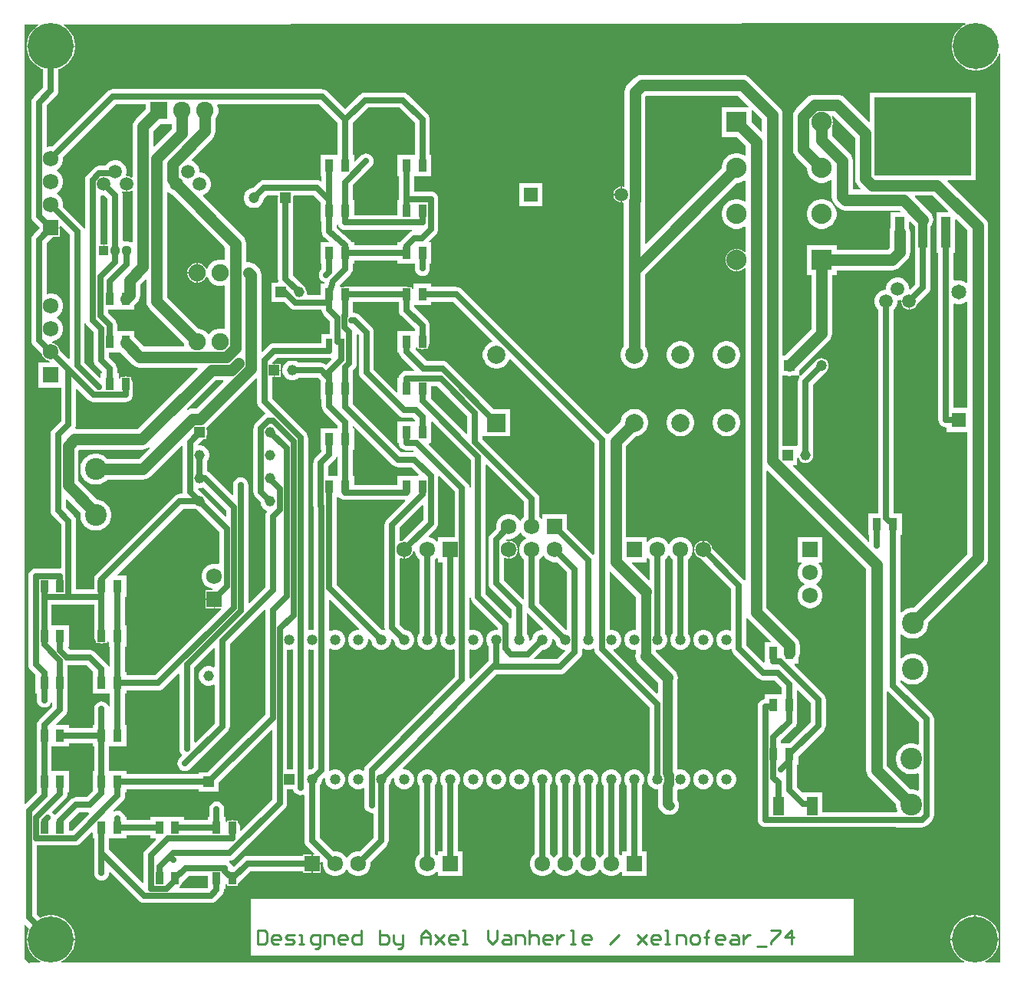
<source format=gbr>
G04*
G04 #@! TF.GenerationSoftware,Altium Limited,Altium Designer,22.4.2 (48)*
G04*
G04 Layer_Physical_Order=1*
G04 Layer_Color=255*
%FSLAX25Y25*%
%MOIN*%
G70*
G04*
G04 #@! TF.SameCoordinates,C5E8B2FC-1F32-4D00-A684-16CD1971BE58*
G04*
G04*
G04 #@! TF.FilePolarity,Positive*
G04*
G01*
G75*
%ADD14C,0.01000*%
%ADD15R,0.03740X0.05354*%
%ADD16R,0.02559X0.02756*%
%ADD17R,0.42126X0.33858*%
%ADD18R,0.03937X0.13386*%
%ADD19R,0.04921X0.07874*%
%ADD27R,0.07874X0.07874*%
%ADD28C,0.07874*%
%ADD53C,0.05000*%
%ADD54C,0.02500*%
%ADD55C,0.04300*%
%ADD56C,0.20000*%
%ADD57C,0.05906*%
%ADD58R,0.05906X0.05906*%
%ADD59C,0.06791*%
%ADD60R,0.06791X0.06791*%
%ADD61C,0.04661*%
%ADD62R,0.04661X0.04661*%
%ADD63R,0.06791X0.06791*%
%ADD64R,0.04528X0.04528*%
%ADD65C,0.04528*%
%ADD66R,0.04528X0.04528*%
%ADD67R,0.04724X0.04724*%
%ADD68C,0.04724*%
%ADD69C,0.04559*%
%ADD70R,0.04559X0.04559*%
%ADD71C,0.08799*%
%ADD72R,0.08799X0.08799*%
%ADD73C,0.09449*%
%ADD74C,0.06496*%
%ADD75R,0.06496X0.06496*%
%ADD76C,0.07559*%
%ADD77R,0.07559X0.07559*%
%ADD78C,0.04409*%
%ADD79R,0.04409X0.04409*%
%ADD80C,0.07500*%
%ADD81C,0.02362*%
G36*
X510489Y511486D02*
X509497Y510980D01*
X508160Y510009D01*
X506991Y508840D01*
X506020Y507503D01*
X505269Y506031D01*
X504759Y504459D01*
X504500Y502826D01*
Y502250D01*
X515000D01*
Y502000D01*
X515250D01*
Y491500D01*
X515826D01*
X517459Y491758D01*
X519031Y492269D01*
X520503Y493020D01*
X521840Y493991D01*
X523009Y495160D01*
X523980Y496497D01*
X524731Y497969D01*
X525000Y498798D01*
X525500Y498719D01*
Y103500D01*
X519103D01*
X518983Y104000D01*
X520003Y104520D01*
X521340Y105491D01*
X522509Y106660D01*
X523480Y107997D01*
X524231Y109469D01*
X524742Y111041D01*
X525000Y112674D01*
Y113250D01*
X504000D01*
Y112674D01*
X504258Y111041D01*
X504769Y109469D01*
X505520Y107997D01*
X506491Y106660D01*
X507660Y105491D01*
X508997Y104520D01*
X510017Y104000D01*
X509897Y103500D01*
X117604D01*
X117483Y104000D01*
X118503Y104520D01*
X119840Y105491D01*
X121009Y106660D01*
X121980Y107997D01*
X122731Y109469D01*
X123241Y111041D01*
X123500Y112674D01*
Y113250D01*
X102500D01*
Y112674D01*
X102759Y111041D01*
X103269Y109469D01*
X104020Y107997D01*
X104991Y106660D01*
X106160Y105491D01*
X107497Y104520D01*
X108517Y104000D01*
X108396Y103500D01*
X104000D01*
X103500Y103000D01*
X101500Y105000D01*
Y119711D01*
X101962Y119902D01*
X103629Y118236D01*
X103269Y117531D01*
X102759Y115959D01*
X102500Y114326D01*
Y113750D01*
X112750D01*
Y124000D01*
X112174D01*
X110541Y123741D01*
X108969Y123231D01*
X108264Y122871D01*
X106768Y124368D01*
Y154295D01*
X123573D01*
X123997Y154351D01*
X124421Y154406D01*
X125212Y154734D01*
X125891Y155255D01*
X130723Y160087D01*
X131185Y159896D01*
Y157323D01*
X131777D01*
Y151008D01*
Y142300D01*
X131889Y141452D01*
X132216Y140661D01*
X132737Y139982D01*
X133416Y139461D01*
X134207Y139134D01*
X135055Y139022D01*
X135904Y139134D01*
X136694Y139461D01*
X137373Y139982D01*
X137894Y140661D01*
X138222Y141452D01*
X138333Y142300D01*
Y142440D01*
X138795Y142632D01*
X151172Y130255D01*
X151851Y129734D01*
X152642Y129406D01*
X153490Y129295D01*
X182500D01*
X182924Y129351D01*
X183348Y129406D01*
X184139Y129734D01*
X184818Y130255D01*
X187373Y132810D01*
X187894Y133489D01*
X188222Y134280D01*
X188277Y134704D01*
X188333Y135128D01*
Y135323D01*
X188925D01*
Y137315D01*
X189425Y137568D01*
X189575Y137458D01*
Y136823D01*
X191179D01*
X191945Y136722D01*
X192711Y136823D01*
X194315D01*
Y137734D01*
X199803Y143222D01*
X222604D01*
Y142604D01*
X226250D01*
Y146500D01*
Y150396D01*
X222604D01*
Y149778D01*
X198445D01*
X197596Y149666D01*
X196806Y149339D01*
X196127Y148818D01*
X192404Y145095D01*
X191876Y145274D01*
X191866Y145348D01*
X191539Y146139D01*
X191018Y146818D01*
X190491Y147222D01*
X190661Y147722D01*
X190700D01*
X191124Y147778D01*
X191548Y147834D01*
X192339Y148161D01*
X193018Y148682D01*
X214737Y170401D01*
X215258Y171080D01*
X215586Y171871D01*
X215697Y172719D01*
Y178795D01*
X218315D01*
X218334Y178652D01*
X218661Y177861D01*
X219182Y177182D01*
X219861Y176661D01*
X220652Y176334D01*
X221500Y176222D01*
X222348Y176334D01*
X222722Y176488D01*
X223222Y176154D01*
Y156500D01*
X223278Y156076D01*
X223334Y155652D01*
X223661Y154861D01*
X224182Y154182D01*
X227506Y150858D01*
X227315Y150396D01*
X226750D01*
Y146750D01*
X230396D01*
Y147040D01*
X230528Y147155D01*
X230896Y147276D01*
X231104Y147100D01*
Y145790D01*
X231472Y144417D01*
X232182Y143187D01*
X233187Y142182D01*
X234417Y141472D01*
X235790Y141104D01*
X237210D01*
X238583Y141472D01*
X239813Y142182D01*
X240818Y143187D01*
X241250Y143936D01*
X241750D01*
X242182Y143187D01*
X243187Y142182D01*
X244417Y141472D01*
X245790Y141104D01*
X247210D01*
X248583Y141472D01*
X249813Y142182D01*
X250818Y143187D01*
X251528Y144417D01*
X251896Y145790D01*
Y147210D01*
X251885Y147249D01*
X258818Y154182D01*
X259339Y154861D01*
X259666Y155652D01*
X259778Y156500D01*
Y180280D01*
X259965Y180467D01*
X260536Y181454D01*
X260831Y182556D01*
Y182821D01*
X261669Y183659D01*
X262169Y183452D01*
Y182556D01*
X262464Y181454D01*
X263035Y180467D01*
X263841Y179661D01*
X264828Y179090D01*
X265930Y178795D01*
X267070D01*
X268172Y179090D01*
X269159Y179661D01*
X269965Y180467D01*
X270536Y181454D01*
X270831Y182556D01*
Y183696D01*
X270536Y184798D01*
X269965Y185785D01*
X269159Y186591D01*
X268172Y187162D01*
X267070Y187457D01*
X266174D01*
X265967Y187957D01*
X306732Y228722D01*
X334181D01*
X334605Y228778D01*
X335029Y228834D01*
X335820Y229161D01*
X336499Y229682D01*
X342899Y236082D01*
X343420Y236761D01*
X343747Y237552D01*
X343859Y238400D01*
Y239898D01*
X344292Y240148D01*
X344828Y239838D01*
X345930Y239543D01*
X347070D01*
X348172Y239838D01*
X348722Y240156D01*
X349222Y239867D01*
Y239700D01*
X349278Y239276D01*
X349334Y238852D01*
X349661Y238061D01*
X350182Y237382D01*
X373222Y214342D01*
Y185972D01*
X373035Y185785D01*
X372464Y184798D01*
X372169Y183696D01*
Y182556D01*
X372464Y181454D01*
X373035Y180467D01*
X373841Y179661D01*
X374828Y179090D01*
X375930Y178795D01*
X376814D01*
Y172600D01*
X376957Y171517D01*
X377375Y170507D01*
X378040Y169640D01*
X378840Y168840D01*
X379707Y168175D01*
X380717Y167757D01*
X381800Y167614D01*
X382883Y167757D01*
X383893Y168175D01*
X384760Y168840D01*
X385425Y169707D01*
X385843Y170717D01*
X385986Y171800D01*
X385843Y172883D01*
X385425Y173893D01*
X385186Y174205D01*
Y178584D01*
X385582Y178888D01*
X385930Y178795D01*
X387070D01*
X388172Y179090D01*
X389159Y179661D01*
X389965Y180467D01*
X390536Y181454D01*
X390831Y182556D01*
Y183696D01*
X390536Y184798D01*
X389965Y185785D01*
X389159Y186591D01*
X388172Y187162D01*
X387070Y187457D01*
X385930D01*
X385582Y187364D01*
X385186Y187668D01*
Y225646D01*
X385384Y226125D01*
X385539Y227300D01*
X385384Y228475D01*
X384931Y229569D01*
X384209Y230509D01*
X375808Y238911D01*
X375836Y239471D01*
X375930Y239543D01*
X377070D01*
X378172Y239838D01*
X379159Y240409D01*
X379965Y241215D01*
X380536Y242202D01*
X380831Y243304D01*
Y244444D01*
X380536Y245546D01*
X379965Y246533D01*
X379778Y246721D01*
Y278662D01*
X379813Y278682D01*
X380818Y279687D01*
X381250Y280436D01*
X381750D01*
X382182Y279687D01*
X383187Y278682D01*
X383222Y278662D01*
Y246721D01*
X383035Y246533D01*
X382464Y245546D01*
X382169Y244444D01*
Y243304D01*
X382464Y242202D01*
X383035Y241215D01*
X383841Y240409D01*
X384828Y239838D01*
X385930Y239543D01*
X387070D01*
X388172Y239838D01*
X389159Y240409D01*
X389965Y241215D01*
X390536Y242202D01*
X390831Y243304D01*
Y244444D01*
X390536Y245546D01*
X389965Y246533D01*
X389778Y246721D01*
Y278662D01*
X389813Y278682D01*
X390818Y279687D01*
X391528Y280917D01*
X391896Y282290D01*
Y283710D01*
X391528Y285083D01*
X390818Y286313D01*
X389813Y287318D01*
X388583Y288028D01*
X387210Y288396D01*
X385790D01*
X384417Y288028D01*
X383187Y287318D01*
X382182Y286313D01*
X381750Y285564D01*
X381250D01*
X380818Y286313D01*
X379813Y287318D01*
X378583Y288028D01*
X377210Y288396D01*
X375790D01*
X374417Y288028D01*
X373187Y287318D01*
X372396Y286526D01*
X371896Y286733D01*
Y288396D01*
X363039D01*
Y328270D01*
X367069Y332299D01*
X367171D01*
X368318Y332527D01*
X369399Y332975D01*
X370371Y333625D01*
X371198Y334452D01*
X371848Y335424D01*
X372295Y336504D01*
X372524Y337651D01*
Y338821D01*
X372295Y339968D01*
X371848Y341048D01*
X371198Y342021D01*
X370371Y342848D01*
X369399Y343497D01*
X368318Y343945D01*
X367171Y344173D01*
X366002D01*
X364855Y343945D01*
X363774Y343497D01*
X362802Y342848D01*
X361975Y342021D01*
X361325Y341048D01*
X360878Y339968D01*
X360650Y338821D01*
Y338718D01*
X355291Y333359D01*
X355243Y333298D01*
X354624Y333312D01*
X291618Y396318D01*
X290939Y396839D01*
X290148Y397166D01*
X289724Y397222D01*
X289300Y397278D01*
X278315D01*
Y398677D01*
X270575D01*
Y396653D01*
X270075Y396413D01*
X269925Y396533D01*
Y397177D01*
X268321D01*
X267555Y397278D01*
X240890D01*
X240124Y397177D01*
X238808D01*
X238417Y397635D01*
X238516Y397990D01*
X243208Y402682D01*
X243729Y403361D01*
X244056Y404152D01*
X244112Y404576D01*
X244168Y405000D01*
Y407323D01*
X244760D01*
Y408722D01*
X263685D01*
Y407323D01*
X271167D01*
Y405300D01*
X271279Y404452D01*
X271606Y403661D01*
X272127Y402982D01*
X272806Y402461D01*
X273596Y402134D01*
X274445Y402022D01*
X275293Y402134D01*
X276084Y402461D01*
X276763Y402982D01*
X277284Y403661D01*
X277611Y404452D01*
X277723Y405300D01*
Y407323D01*
X278315D01*
Y416677D01*
X277566D01*
X277375Y417139D01*
X280418Y420182D01*
X280939Y420861D01*
X281266Y421652D01*
X281378Y422500D01*
Y435600D01*
X281266Y436448D01*
X280939Y437239D01*
X280418Y437918D01*
X279739Y438439D01*
X278948Y438766D01*
X278100Y438878D01*
X270833D01*
Y445323D01*
X278315D01*
Y454677D01*
X277723D01*
Y470055D01*
X277611Y470904D01*
X277284Y471694D01*
X276763Y472373D01*
X268228Y480908D01*
X267549Y481429D01*
X266759Y481756D01*
X266334Y481812D01*
X265910Y481868D01*
X249480D01*
X249055Y481812D01*
X248631Y481756D01*
X247841Y481429D01*
X247162Y480908D01*
X240890Y474636D01*
X233208Y482318D01*
X232529Y482839D01*
X231738Y483166D01*
X231314Y483222D01*
X230890Y483278D01*
X140000D01*
X139152Y483166D01*
X138361Y482839D01*
X137682Y482318D01*
X113749Y458385D01*
X113710Y458396D01*
X112290D01*
X111475Y458177D01*
X111078Y458482D01*
Y476142D01*
X115318Y480382D01*
X115839Y481061D01*
X116166Y481852D01*
X116222Y482276D01*
X116278Y482700D01*
Y492025D01*
X117031Y492269D01*
X118503Y493020D01*
X119840Y493991D01*
X121009Y495160D01*
X121980Y496497D01*
X122731Y497969D01*
X123241Y499541D01*
X123500Y501174D01*
Y501750D01*
X102500D01*
Y501174D01*
X102759Y499541D01*
X103269Y497969D01*
X104020Y496497D01*
X104991Y495160D01*
X106160Y493991D01*
X107497Y493020D01*
X108969Y492269D01*
X109722Y492025D01*
Y484058D01*
X105482Y479818D01*
X104961Y479139D01*
X104634Y478348D01*
X104578Y477924D01*
X104522Y477500D01*
Y428200D01*
X104578Y427776D01*
X104634Y427352D01*
X104961Y426561D01*
X105482Y425882D01*
X108364Y423000D01*
X105482Y420118D01*
X104961Y419439D01*
X104634Y418648D01*
X104578Y418224D01*
X104522Y417800D01*
Y374200D01*
X104578Y373776D01*
X104634Y373352D01*
X104961Y372561D01*
X105482Y371882D01*
X109187Y368177D01*
X109370Y367496D01*
X109883Y366608D01*
X110608Y365883D01*
X111496Y365370D01*
X112177Y365188D01*
X112506Y364858D01*
X112315Y364396D01*
X107604D01*
Y353604D01*
X117422D01*
Y338881D01*
X113871Y335330D01*
X113350Y334651D01*
X113023Y333861D01*
X112967Y333436D01*
X112911Y333012D01*
Y300011D01*
X112967Y299587D01*
X113023Y299163D01*
X113350Y298373D01*
X113871Y297694D01*
X117422Y294143D01*
Y275202D01*
X117046Y274872D01*
X117000Y274878D01*
X106400D01*
X105552Y274766D01*
X104761Y274439D01*
X104082Y273918D01*
X103561Y273239D01*
X103234Y272448D01*
X103122Y271600D01*
Y233210D01*
X103178Y232786D01*
X103234Y232362D01*
X103561Y231571D01*
X104082Y230892D01*
X106240Y228734D01*
Y220323D01*
X106832D01*
Y217600D01*
X106944Y216752D01*
X107271Y215961D01*
X107792Y215282D01*
X108471Y214761D01*
X109262Y214434D01*
X110110Y214322D01*
X110959Y214434D01*
X111749Y214761D01*
X112428Y215282D01*
X112949Y215961D01*
X113222Y216620D01*
X113722Y216520D01*
Y214858D01*
X107792Y208928D01*
X107271Y208249D01*
X106944Y207459D01*
X106888Y207034D01*
X106832Y206610D01*
Y202000D01*
Y182000D01*
Y177405D01*
X101962Y172535D01*
X101500Y172726D01*
Y511500D01*
X107459Y511507D01*
X107576Y511021D01*
X107497Y510980D01*
X106160Y510009D01*
X104991Y508840D01*
X104020Y507503D01*
X103269Y506031D01*
X102759Y504459D01*
X102500Y502826D01*
Y502250D01*
X123500D01*
Y502826D01*
X123241Y504459D01*
X122731Y506031D01*
X121980Y507503D01*
X121009Y508840D01*
X119840Y510009D01*
X118503Y510980D01*
X118398Y511034D01*
X118515Y511520D01*
X510368Y511986D01*
X510489Y511486D01*
D02*
G37*
G36*
X165461Y465880D02*
X158001Y458420D01*
X157539Y458611D01*
Y465120D01*
X160639Y468221D01*
X165461D01*
Y465880D01*
D02*
G37*
G36*
X154220Y474639D02*
X149791Y470209D01*
X149069Y469269D01*
X148616Y468175D01*
X148461Y467000D01*
Y445140D01*
X147961Y444918D01*
X147333Y445280D01*
X146455Y445516D01*
X146093D01*
X145713Y446016D01*
X145953Y446911D01*
Y448215D01*
X145615Y449475D01*
X144963Y450604D01*
X144041Y451526D01*
X142912Y452178D01*
X141652Y452516D01*
X140348D01*
X139088Y452178D01*
X137959Y451526D01*
X137037Y450604D01*
X136713Y450044D01*
X134052D01*
X133204Y449932D01*
X132413Y449605D01*
X131734Y449084D01*
X128882Y446232D01*
X128361Y445553D01*
X128034Y444762D01*
X127978Y444338D01*
X127922Y443914D01*
Y422896D01*
X127422Y422797D01*
X127239Y423239D01*
X126718Y423918D01*
X118385Y432251D01*
X118396Y432290D01*
Y433710D01*
X118028Y435083D01*
X117318Y436313D01*
X116313Y437318D01*
X115564Y437750D01*
Y438250D01*
X116313Y438682D01*
X117318Y439687D01*
X118028Y440917D01*
X118396Y442290D01*
Y443710D01*
X118028Y445083D01*
X117318Y446313D01*
X116313Y447318D01*
X115564Y447750D01*
Y448250D01*
X116313Y448682D01*
X117318Y449687D01*
X118028Y450917D01*
X118396Y452290D01*
Y453710D01*
X118385Y453749D01*
X141358Y476722D01*
X154220D01*
Y474639D01*
D02*
G37*
G36*
X237612Y468642D02*
Y454677D01*
X230130D01*
Y445323D01*
X230722D01*
Y443457D01*
X230274Y443236D01*
X230139Y443339D01*
X229348Y443666D01*
X228924Y443722D01*
X228500Y443778D01*
X205720D01*
X205296Y443722D01*
X204872Y443666D01*
X204081Y443339D01*
X203402Y442818D01*
X200947Y440362D01*
X200646D01*
X199537Y440065D01*
X198542Y439491D01*
X197730Y438678D01*
X197155Y437684D01*
X196858Y436574D01*
Y435426D01*
X197155Y434316D01*
X197730Y433322D01*
X198542Y432509D01*
X199537Y431935D01*
X200646Y431638D01*
X201795D01*
X202904Y431935D01*
X203899Y432509D01*
X204711Y433322D01*
X205285Y434316D01*
X205583Y435426D01*
Y435726D01*
X207078Y437222D01*
X211516D01*
X211817Y436722D01*
X211722Y436000D01*
Y400874D01*
X211778Y400450D01*
X211834Y400026D01*
X211942Y399764D01*
X211711Y399264D01*
X208736D01*
Y390736D01*
X214328D01*
X216782Y388282D01*
X217461Y387761D01*
X218252Y387434D01*
X218676Y387378D01*
X219100Y387322D01*
X230728D01*
X230834Y386520D01*
X231161Y385730D01*
X231682Y385051D01*
X234291Y382442D01*
Y376878D01*
X230720D01*
Y372878D01*
X210000D01*
X209152Y372766D01*
X208361Y372439D01*
X207682Y371918D01*
X204900Y369135D01*
X204438Y369327D01*
Y402601D01*
X204283Y403776D01*
X203830Y404871D01*
X203108Y405811D01*
X203108Y405811D01*
X202209Y406709D01*
X201269Y407431D01*
X200175Y407884D01*
X199000Y408039D01*
X198289Y407945D01*
X197789Y408384D01*
Y416250D01*
X197634Y417425D01*
X197181Y418519D01*
X196459Y419459D01*
X179073Y436846D01*
X179202Y437329D01*
X179412Y437385D01*
X180541Y438037D01*
X181463Y438959D01*
X182115Y440088D01*
X182453Y441348D01*
Y442652D01*
X182115Y443912D01*
X181463Y445041D01*
X180541Y445963D01*
X179412Y446615D01*
X178152Y446953D01*
X177453D01*
Y448152D01*
X177115Y449412D01*
X176463Y450541D01*
X175541Y451463D01*
X174412Y452115D01*
X174203Y452171D01*
X174073Y452654D01*
X183209Y461791D01*
X183931Y462731D01*
X184384Y463825D01*
X184539Y465000D01*
Y470365D01*
X184625Y470451D01*
X185386Y471769D01*
X185780Y473239D01*
Y474761D01*
X185386Y476231D01*
X185352Y476289D01*
X185602Y476722D01*
X229532D01*
X237612Y468642D01*
D02*
G37*
G36*
X146250Y438610D02*
X146455D01*
X147333Y438845D01*
X147961Y439208D01*
X148461Y438986D01*
Y416934D01*
X148028Y416684D01*
X147623Y416918D01*
X146554Y417205D01*
X145446D01*
X144778Y417026D01*
X144278Y417409D01*
Y437063D01*
X144166Y437911D01*
X143839Y438702D01*
X143778Y438782D01*
X144114Y439165D01*
X144667Y438845D01*
X145545Y438610D01*
X145750D01*
Y442063D01*
X146250D01*
Y438610D01*
D02*
G37*
G36*
X271167Y468697D02*
Y454677D01*
X263685D01*
Y445323D01*
X264277D01*
Y435177D01*
X263685D01*
Y428578D01*
X244760D01*
Y435177D01*
X244168D01*
Y441542D01*
X252318Y449692D01*
X252839Y450371D01*
X253166Y451162D01*
X253278Y452010D01*
X253166Y452859D01*
X252839Y453649D01*
X252318Y454328D01*
X251639Y454849D01*
X250848Y455177D01*
X250000Y455288D01*
X249152Y455177D01*
X248361Y454849D01*
X247682Y454328D01*
X245222Y451868D01*
X244760Y452059D01*
Y454677D01*
X244168D01*
Y468642D01*
X250837Y475312D01*
X264552D01*
X271167Y468697D01*
D02*
G37*
G36*
X238051Y423661D02*
X238572Y422982D01*
X239251Y422461D01*
X240041Y422134D01*
X240890Y422022D01*
X269784D01*
X269883Y421522D01*
X269399Y421321D01*
X268720Y420800D01*
X265237Y417318D01*
X264746Y416677D01*
X263685D01*
Y415278D01*
X244760D01*
Y416677D01*
X243892D01*
X243844Y416771D01*
X243729Y417049D01*
X243650Y417151D01*
X243592Y417266D01*
X243391Y417489D01*
X243208Y417728D01*
X243106Y417806D01*
X243020Y417902D01*
X237278Y422810D01*
Y424220D01*
X237778Y424320D01*
X238051Y423661D01*
D02*
G37*
G36*
X135348Y437110D02*
X136317D01*
X137722Y435705D01*
Y415705D01*
X136250D01*
Y413000D01*
X135750D01*
Y415705D01*
X134478D01*
Y436933D01*
X134875Y437237D01*
X135348Y437110D01*
D02*
G37*
G36*
X164459Y438037D02*
X165588Y437385D01*
X165736Y437345D01*
X188711Y414370D01*
Y409271D01*
X188314Y408967D01*
X187257Y409250D01*
X185743D01*
X184281Y408858D01*
X182969Y408101D01*
X181899Y407031D01*
X181142Y405719D01*
X180982Y405124D01*
X180465D01*
X180460Y405140D01*
X179901Y406110D01*
X179110Y406901D01*
X178140Y407460D01*
X177059Y407750D01*
X176750D01*
Y403500D01*
Y399250D01*
X177059D01*
X178140Y399540D01*
X179110Y400099D01*
X179901Y400890D01*
X180460Y401860D01*
X180465Y401876D01*
X180982D01*
X181142Y401281D01*
X181899Y399969D01*
X182969Y398899D01*
X184281Y398142D01*
X185743Y397750D01*
X187257D01*
X188314Y398033D01*
X188711Y397729D01*
Y379271D01*
X188314Y378967D01*
X187257Y379250D01*
X185743D01*
X184281Y378858D01*
X182969Y378101D01*
X181899Y377031D01*
X181750Y376773D01*
X181250D01*
X181101Y377031D01*
X180031Y378101D01*
X178719Y378858D01*
X177257Y379250D01*
X177169D01*
X163539Y392880D01*
Y438304D01*
X164001Y438495D01*
X164459Y438037D01*
D02*
G37*
G36*
X230130Y434234D02*
Y425823D01*
X230722D01*
Y421300D01*
X230739Y421173D01*
X230732Y421044D01*
X230794Y420750D01*
X230834Y420452D01*
X230883Y420333D01*
X230909Y420207D01*
X231046Y419939D01*
X231161Y419661D01*
X231239Y419559D01*
X231298Y419445D01*
X231499Y419221D01*
X231682Y418982D01*
X231784Y418904D01*
X231870Y418808D01*
X233814Y417146D01*
X233641Y416677D01*
X230130D01*
Y407323D01*
X230722D01*
Y405158D01*
X230382Y404818D01*
X229861Y404139D01*
X229534Y403348D01*
X229422Y402500D01*
X229534Y401652D01*
X229861Y400861D01*
X230382Y400182D01*
X231061Y399661D01*
X231852Y399334D01*
X231975Y399147D01*
X231795Y398677D01*
X230130D01*
Y393878D01*
X224416D01*
X224070Y394378D01*
X224152Y395000D01*
X224040Y395848D01*
X223713Y396639D01*
X223192Y397318D01*
X218278Y402232D01*
Y436000D01*
X218183Y436722D01*
X218484Y437222D01*
X227142D01*
X230130Y434234D01*
D02*
G37*
G36*
X154461Y400389D02*
Y391000D01*
X154616Y389825D01*
X155069Y388731D01*
X155791Y387791D01*
X170750Y372831D01*
Y372743D01*
X171033Y371686D01*
X170729Y371289D01*
X153575D01*
X149315Y375549D01*
Y378177D01*
X141833D01*
Y380745D01*
X141722Y381593D01*
X141394Y382384D01*
X140873Y383063D01*
X137878Y386058D01*
Y387323D01*
X149315D01*
Y389451D01*
X150430Y390567D01*
X150430Y390567D01*
X151152Y391507D01*
X151605Y392601D01*
X151760Y393776D01*
X151760Y393776D01*
Y398341D01*
X153999Y400580D01*
X154461Y400389D01*
D02*
G37*
G36*
X304733Y373931D02*
X304616Y373341D01*
X303853Y373025D01*
X302881Y372375D01*
X302054Y371548D01*
X301404Y370576D01*
X300957Y369496D01*
X300728Y368349D01*
Y367179D01*
X300957Y366032D01*
X301404Y364952D01*
X302054Y363979D01*
X302881Y363152D01*
X303853Y362503D01*
X304934Y362055D01*
X306081Y361827D01*
X307250D01*
X308397Y362055D01*
X309478Y362503D01*
X310450Y363152D01*
X311277Y363979D01*
X311927Y364952D01*
X312243Y365714D01*
X312832Y365832D01*
X349222Y329442D01*
Y281113D01*
X349084Y281012D01*
X348722Y280914D01*
X337396Y292240D01*
Y298396D01*
X326604D01*
Y296733D01*
X326104Y296526D01*
X325313Y297318D01*
X325278Y297338D01*
Y305100D01*
X325166Y305948D01*
X324839Y306739D01*
X324318Y307418D01*
X300578Y331158D01*
Y331861D01*
X300728Y332299D01*
X312602D01*
Y344173D01*
X305364D01*
X285420Y364118D01*
X284741Y364639D01*
X283950Y364966D01*
X283526Y365022D01*
X283102Y365078D01*
X276358D01*
X271425Y370011D01*
Y370847D01*
X271925Y371087D01*
X272075Y370968D01*
Y370323D01*
X273679D01*
X274445Y370222D01*
X275211Y370323D01*
X276815D01*
Y371250D01*
X277284Y371861D01*
X277611Y372652D01*
X277723Y373500D01*
Y380300D01*
X277611Y381148D01*
X277284Y381939D01*
X276763Y382618D01*
X270833Y388547D01*
Y389323D01*
X278315D01*
Y390722D01*
X287942D01*
X304733Y373931D01*
D02*
G37*
G36*
X121122Y420242D02*
Y366167D01*
X120660Y365976D01*
X116813Y369823D01*
X116630Y370504D01*
X116117Y371392D01*
X115392Y372117D01*
X114504Y372630D01*
X113823Y372813D01*
X113494Y373142D01*
X113591Y373377D01*
X113733Y373610D01*
X115083Y373972D01*
X116313Y374682D01*
X117318Y375687D01*
X118028Y376917D01*
X118396Y378290D01*
Y379710D01*
X118028Y381083D01*
X117318Y382313D01*
X116313Y383318D01*
X115564Y383750D01*
Y384250D01*
X116313Y384682D01*
X117318Y385687D01*
X118028Y386917D01*
X118396Y388290D01*
Y389710D01*
X118028Y391083D01*
X117318Y392313D01*
X116313Y393318D01*
X115083Y394028D01*
X113710Y394396D01*
X112290D01*
X111475Y394177D01*
X111078Y394482D01*
Y416442D01*
X113740Y419104D01*
X116896D01*
Y422750D01*
X113000D01*
Y423250D01*
X116896D01*
Y423815D01*
X117358Y424007D01*
X121122Y420242D01*
D02*
G37*
G36*
X234785Y365921D02*
X232458Y363594D01*
X232139Y363839D01*
X231348Y364166D01*
X230924Y364222D01*
X230500Y364278D01*
X220626D01*
X220492Y364412D01*
X219520Y364973D01*
X218435Y365264D01*
X217313D01*
X216228Y364973D01*
X215256Y364412D01*
X214462Y363618D01*
X213901Y362646D01*
X213610Y361561D01*
Y360439D01*
X213901Y359354D01*
X214462Y358382D01*
X215256Y357588D01*
X216228Y357027D01*
X217313Y356736D01*
X218435D01*
X219520Y357027D01*
X220492Y357588D01*
X220626Y357722D01*
X229142D01*
X230130Y356734D01*
Y348323D01*
X230722D01*
Y345390D01*
X230778Y344966D01*
X230834Y344541D01*
X231161Y343751D01*
X231682Y343072D01*
X237612Y337142D01*
Y335677D01*
X230130D01*
Y326323D01*
X230638D01*
X230687Y325823D01*
X227982Y323118D01*
X227461Y322439D01*
X227134Y321648D01*
X227078Y321224D01*
X227022Y320800D01*
Y302100D01*
X227078Y301676D01*
X227134Y301252D01*
X227322Y300797D01*
Y248398D01*
X227070Y248205D01*
X225930D01*
X225278Y248030D01*
X224778Y248414D01*
Y331700D01*
X224722Y332124D01*
X224666Y332548D01*
X224339Y333339D01*
X223818Y334018D01*
X209178Y348658D01*
Y358236D01*
X209750D01*
Y361000D01*
Y363764D01*
X209472D01*
X209300Y364264D01*
X211358Y366322D01*
X234000D01*
X234552Y366395D01*
X234785Y365921D01*
D02*
G37*
G36*
X128361Y381061D02*
X128882Y380382D01*
X131622Y377642D01*
Y365300D01*
X131678Y364876D01*
X131734Y364452D01*
X132061Y363661D01*
X132582Y362982D01*
X135277Y360287D01*
Y359677D01*
X134685D01*
Y358104D01*
X134223Y357912D01*
X127678Y364458D01*
Y381403D01*
X128178Y381503D01*
X128361Y381061D01*
D02*
G37*
G36*
X264277Y387190D02*
X264333Y386765D01*
X264389Y386341D01*
X264716Y385551D01*
X265237Y384872D01*
X271167Y378942D01*
Y378177D01*
X263685D01*
Y368823D01*
X264333D01*
X264389Y368396D01*
X264716Y367606D01*
X265237Y366927D01*
X270924Y361240D01*
X270733Y360778D01*
X267555D01*
X266707Y360666D01*
X265916Y360339D01*
X265237Y359818D01*
X264716Y359139D01*
X264389Y358348D01*
X264300Y357677D01*
X263685D01*
Y351704D01*
X263223Y351513D01*
X253378Y361358D01*
Y377600D01*
X253322Y378024D01*
X253266Y378448D01*
X252939Y379239D01*
X252418Y379918D01*
X247318Y385018D01*
X246639Y385539D01*
X245848Y385866D01*
X245424Y385922D01*
X245000Y385978D01*
X244168D01*
Y390722D01*
X264277D01*
Y387190D01*
D02*
G37*
G36*
X148485Y363541D02*
X148485Y363541D01*
X149425Y362819D01*
X150520Y362366D01*
X151695Y362211D01*
X176639D01*
X176830Y361749D01*
X150616Y335534D01*
X123901D01*
X123792Y335640D01*
X123601Y336034D01*
X123866Y336674D01*
X123978Y337523D01*
Y352733D01*
X124440Y352924D01*
X129182Y348182D01*
X129861Y347661D01*
X130652Y347334D01*
X131500Y347222D01*
X145445D01*
X146293Y347334D01*
X147084Y347661D01*
X147763Y348182D01*
X148284Y348861D01*
X148611Y349652D01*
X148723Y350500D01*
Y355000D01*
X148611Y355848D01*
X148284Y356639D01*
X147815Y357250D01*
Y358177D01*
X146211D01*
X145445Y358278D01*
X144679Y358177D01*
X143075D01*
Y357533D01*
X142925Y357413D01*
X142425Y357653D01*
Y359677D01*
X141833D01*
Y361645D01*
X141721Y362493D01*
X141394Y363284D01*
X140873Y363963D01*
X138178Y366658D01*
Y368823D01*
X143203D01*
X148485Y363541D01*
D02*
G37*
G36*
X187933Y356249D02*
X176120Y344437D01*
X174723D01*
X173548Y344282D01*
X172453Y343829D01*
X172131Y344212D01*
X184630Y356711D01*
X187741D01*
X187933Y356249D01*
D02*
G37*
G36*
X294022Y341242D02*
Y333512D01*
X293560Y333321D01*
X278315Y348566D01*
Y354222D01*
X281042D01*
X294022Y341242D01*
D02*
G37*
G36*
X246822Y376242D02*
Y360000D01*
X246878Y359576D01*
X246934Y359152D01*
X247261Y358361D01*
X247782Y357682D01*
X264082Y341382D01*
X264761Y340861D01*
X265552Y340534D01*
X265976Y340478D01*
X266400Y340422D01*
X270187D01*
X271167Y339442D01*
Y338677D01*
X263685D01*
Y329323D01*
X264300D01*
X264389Y328652D01*
X264716Y327861D01*
X265237Y327182D01*
X265916Y326661D01*
X266707Y326334D01*
X267555Y326222D01*
X270477D01*
X270665Y325978D01*
X270426Y325478D01*
X265248D01*
X244168Y346558D01*
Y353000D01*
Y360942D01*
X245018Y361792D01*
X245539Y362471D01*
X245866Y363262D01*
X245922Y363686D01*
X245978Y364110D01*
Y376433D01*
X246440Y376624D01*
X246822Y376242D01*
D02*
G37*
G36*
X170222Y328150D02*
Y308126D01*
X170268Y307778D01*
X170169Y307523D01*
X169954Y307278D01*
X169055D01*
X168631Y307222D01*
X168207Y307166D01*
X167416Y306839D01*
X166737Y306318D01*
X132737Y272318D01*
X132216Y271639D01*
X131889Y270848D01*
X131833Y270424D01*
X131777Y270000D01*
Y265733D01*
X123978D01*
Y295501D01*
X123866Y296349D01*
X123539Y297140D01*
X123018Y297819D01*
X119467Y301369D01*
Y304895D01*
X119929Y305087D01*
X125872Y299144D01*
X125776Y298662D01*
Y297338D01*
X126034Y296039D01*
X126541Y294815D01*
X127277Y293713D01*
X128213Y292777D01*
X129315Y292041D01*
X130539Y291534D01*
X131838Y291276D01*
X133162D01*
X134461Y291534D01*
X135685Y292041D01*
X136787Y292777D01*
X137723Y293713D01*
X138459Y294815D01*
X138966Y296039D01*
X139224Y297338D01*
Y298662D01*
X138966Y299961D01*
X138459Y301185D01*
X137723Y302287D01*
X136787Y303223D01*
X135685Y303959D01*
X134461Y304466D01*
X133162Y304724D01*
X133129D01*
X124978Y312876D01*
Y326187D01*
X125248Y326457D01*
X152496D01*
X153670Y326611D01*
X154765Y327065D01*
X155512Y327638D01*
X155843Y327261D01*
X151120Y322539D01*
X137471D01*
X136787Y323223D01*
X135685Y323959D01*
X134461Y324466D01*
X133162Y324724D01*
X131838D01*
X130539Y324466D01*
X129315Y323959D01*
X128213Y323223D01*
X127277Y322287D01*
X126541Y321185D01*
X126034Y319961D01*
X125776Y318662D01*
Y317338D01*
X126034Y316039D01*
X126541Y314815D01*
X127277Y313713D01*
X128213Y312777D01*
X129315Y312041D01*
X130539Y311534D01*
X131838Y311276D01*
X133162D01*
X134461Y311534D01*
X135685Y312041D01*
X136787Y312777D01*
X137471Y313461D01*
X153000D01*
X154175Y313616D01*
X155269Y314069D01*
X156209Y314791D01*
X169760Y328341D01*
X170222Y328150D01*
D02*
G37*
G36*
X237612Y323420D02*
Y315177D01*
X233578D01*
Y319442D01*
X236318Y322182D01*
X236839Y322861D01*
X237112Y323520D01*
X237612Y323420D01*
D02*
G37*
G36*
X261572Y319882D02*
X262251Y319361D01*
X263041Y319034D01*
X263466Y318978D01*
X263890Y318922D01*
X269542D01*
X272825Y315639D01*
X272634Y315177D01*
X263685D01*
Y311182D01*
X244760D01*
Y315177D01*
X244168D01*
Y326323D01*
X244760D01*
Y335677D01*
X244168D01*
Y336633D01*
X244630Y336824D01*
X261572Y319882D01*
D02*
G37*
G36*
X295422Y322187D02*
Y310259D01*
X294922Y310226D01*
X294866Y310648D01*
X294539Y311439D01*
X294018Y312118D01*
X277275Y328861D01*
X277466Y329323D01*
X278315D01*
Y338587D01*
X278732Y338877D01*
X295422Y322187D01*
D02*
G37*
G36*
X189222Y300142D02*
Y297693D01*
X188760Y297502D01*
X179944Y306318D01*
X179944Y306318D01*
X177026Y309236D01*
X177249Y309720D01*
X178189D01*
X179278Y310012D01*
X179325Y310039D01*
X189222Y300142D01*
D02*
G37*
G36*
X318722Y303742D02*
Y297338D01*
X318687Y297318D01*
X317682Y296313D01*
X317250Y295564D01*
X316750D01*
X316318Y296313D01*
X315313Y297318D01*
X314083Y298028D01*
X312710Y298396D01*
X311290D01*
X309917Y298028D01*
X308687Y297318D01*
X307682Y296313D01*
X306972Y295083D01*
X306604Y293710D01*
Y292290D01*
X306615Y292251D01*
X304182Y289818D01*
X303661Y289139D01*
X303334Y288348D01*
X303278Y287924D01*
X303222Y287500D01*
Y268400D01*
X303278Y267976D01*
X303334Y267552D01*
X303661Y266761D01*
X304182Y266082D01*
X313222Y257042D01*
Y253321D01*
X312722Y253114D01*
X301978Y263858D01*
Y319833D01*
X302440Y320024D01*
X318722Y303742D01*
D02*
G37*
G36*
X317682Y289687D02*
X318687Y288682D01*
X319436Y288250D01*
Y287750D01*
X318687Y287318D01*
X317682Y286313D01*
X316972Y285083D01*
X316604Y283710D01*
Y282290D01*
X316972Y280917D01*
X317682Y279687D01*
X318687Y278682D01*
X318722Y278662D01*
Y261467D01*
X318260Y261276D01*
X309778Y269758D01*
Y279285D01*
X310211Y279535D01*
X310496Y279370D01*
X311487Y279104D01*
X311750D01*
Y283000D01*
X312000D01*
D01*
X311750D01*
Y286896D01*
X311487D01*
X311148Y286805D01*
X310889Y287253D01*
X311251Y287615D01*
X311290Y287604D01*
X312710D01*
X314083Y287972D01*
X315313Y288682D01*
X316318Y289687D01*
X316750Y290436D01*
X317250D01*
X317682Y289687D01*
D02*
G37*
G36*
X274822Y302088D02*
Y295958D01*
X265677Y286812D01*
X265078Y286652D01*
X264578Y286892D01*
Y292497D01*
X274360Y302279D01*
X274822Y302088D01*
D02*
G37*
G36*
X288422Y308442D02*
Y288396D01*
X281104D01*
Y286733D01*
X280604Y286526D01*
X279813Y287318D01*
X278583Y288028D01*
X277233Y288390D01*
X277091Y288623D01*
X276993Y288858D01*
X280418Y292282D01*
X280939Y292961D01*
X281266Y293752D01*
X281378Y294600D01*
Y314779D01*
X281878Y314986D01*
X288422Y308442D01*
D02*
G37*
G36*
X266750Y279104D02*
X267013D01*
X268004Y279370D01*
X268892Y279883D01*
X269617Y280608D01*
X270130Y281496D01*
X270312Y282177D01*
X270642Y282506D01*
X270877Y282410D01*
X271110Y282267D01*
X271472Y280917D01*
X272182Y279687D01*
X273187Y278682D01*
X273222Y278662D01*
Y246721D01*
X273035Y246533D01*
X272464Y245546D01*
X272169Y244444D01*
Y243304D01*
X272464Y242202D01*
X273035Y241215D01*
X273841Y240409D01*
X274828Y239838D01*
X275930Y239543D01*
X277070D01*
X278172Y239838D01*
X279159Y240409D01*
X279965Y241215D01*
X280536Y242202D01*
X280831Y243304D01*
Y244444D01*
X280536Y245546D01*
X279965Y246533D01*
X279778Y246721D01*
Y278662D01*
X279813Y278682D01*
X280604Y279474D01*
X281104Y279267D01*
Y277604D01*
X283222D01*
Y246721D01*
X283035Y246533D01*
X282464Y245546D01*
X282169Y244444D01*
Y243304D01*
X282464Y242202D01*
X283035Y241215D01*
X283841Y240409D01*
X284828Y239838D01*
X285930Y239543D01*
X287070D01*
X287922Y239772D01*
X288422Y239448D01*
Y227858D01*
X250082Y189518D01*
X249561Y188839D01*
X249234Y188048D01*
X249178Y187624D01*
X249122Y187200D01*
Y187113D01*
X248689Y186863D01*
X248172Y187162D01*
X247070Y187457D01*
X245930D01*
X244828Y187162D01*
X243841Y186591D01*
X243035Y185785D01*
X242464Y184798D01*
X242169Y183696D01*
Y182556D01*
X242464Y181454D01*
X243035Y180467D01*
X243841Y179661D01*
X244828Y179090D01*
X245930Y178795D01*
X247070D01*
X248172Y179090D01*
X248689Y179389D01*
X249122Y179139D01*
Y171800D01*
X249234Y170952D01*
X249561Y170161D01*
X250082Y169482D01*
X250761Y168961D01*
X251552Y168634D01*
X252400Y168522D01*
X252846Y168581D01*
X253222Y168251D01*
Y157858D01*
X247249Y151885D01*
X247210Y151896D01*
X245790D01*
X244417Y151528D01*
X243187Y150818D01*
X242182Y149813D01*
X241750Y149064D01*
X241250D01*
X240818Y149813D01*
X239813Y150818D01*
X238583Y151528D01*
X237210Y151896D01*
X235790D01*
X235751Y151885D01*
X229778Y157858D01*
Y180280D01*
X229965Y180467D01*
X230536Y181454D01*
X230831Y182556D01*
Y182821D01*
X231669Y183659D01*
X232169Y183452D01*
Y182556D01*
X232464Y181454D01*
X233035Y180467D01*
X233841Y179661D01*
X234828Y179090D01*
X235930Y178795D01*
X237070D01*
X238172Y179090D01*
X239159Y179661D01*
X239965Y180467D01*
X240536Y181454D01*
X240831Y182556D01*
Y183696D01*
X240536Y184798D01*
X239965Y185785D01*
X239159Y186591D01*
X238172Y187162D01*
X237070Y187457D01*
X235930D01*
X234828Y187162D01*
X234336Y186878D01*
X233873Y187187D01*
X233878Y187226D01*
Y239887D01*
X234311Y240137D01*
X234828Y239838D01*
X235930Y239543D01*
X237070D01*
X238172Y239838D01*
X239159Y240409D01*
X239965Y241215D01*
X240536Y242202D01*
X240831Y243304D01*
Y244444D01*
X240536Y245546D01*
X239965Y246533D01*
X239159Y247339D01*
X238172Y247910D01*
X237070Y248205D01*
X235930D01*
X234828Y247910D01*
X234311Y247611D01*
X233878Y247861D01*
Y261207D01*
X234340Y261398D01*
X247033Y248705D01*
X246826Y248205D01*
X245930D01*
X244828Y247910D01*
X243841Y247339D01*
X243035Y246533D01*
X242464Y245546D01*
X242169Y244444D01*
Y243304D01*
X242464Y242202D01*
X243035Y241215D01*
X243841Y240409D01*
X244828Y239838D01*
X245930Y239543D01*
X247070D01*
X248172Y239838D01*
X249159Y240409D01*
X249965Y241215D01*
X250536Y242202D01*
X250831Y243304D01*
Y244200D01*
X251331Y244407D01*
X252169Y243569D01*
Y243304D01*
X252464Y242202D01*
X253035Y241215D01*
X253841Y240409D01*
X254828Y239838D01*
X255930Y239543D01*
X257070D01*
X258172Y239838D01*
X259159Y240409D01*
X259965Y241215D01*
X260536Y242202D01*
X260831Y243304D01*
Y244200D01*
X261331Y244408D01*
X262169Y243569D01*
Y243304D01*
X262464Y242202D01*
X263035Y241215D01*
X263841Y240409D01*
X264828Y239838D01*
X265930Y239543D01*
X267070D01*
X268172Y239838D01*
X269159Y240409D01*
X269965Y241215D01*
X270536Y242202D01*
X270831Y243304D01*
Y244444D01*
X270536Y245546D01*
X269965Y246533D01*
X269159Y247339D01*
X268172Y247910D01*
X267070Y248205D01*
X266805D01*
X264578Y250432D01*
Y279109D01*
X265078Y279348D01*
X265987Y279104D01*
X266250D01*
Y283000D01*
X266750D01*
Y279104D01*
D02*
G37*
G36*
X186222Y290768D02*
Y277003D01*
X185722Y276625D01*
X184710Y276896D01*
X183290D01*
X181917Y276528D01*
X180687Y275818D01*
X179682Y274813D01*
X178972Y273583D01*
X178604Y272210D01*
Y270790D01*
X178972Y269417D01*
X179682Y268187D01*
X180687Y267182D01*
X181917Y266472D01*
X183085Y266159D01*
X183295Y265648D01*
X183100Y265396D01*
X180104D01*
Y261750D01*
X184000D01*
Y261500D01*
X184250D01*
Y257604D01*
X187015D01*
X187206Y257142D01*
X158342Y228278D01*
X145815D01*
Y229677D01*
X145223D01*
Y240823D01*
X145815D01*
Y250177D01*
X145223D01*
Y262323D01*
X145815D01*
Y271677D01*
X142022D01*
X141830Y272139D01*
X170413Y300722D01*
X176268D01*
X186222Y290768D01*
D02*
G37*
G36*
X373187Y278682D02*
X373222Y278662D01*
Y270050D01*
X372760Y269859D01*
X365476Y277142D01*
X365668Y277604D01*
X371896D01*
Y279267D01*
X372396Y279474D01*
X373187Y278682D01*
D02*
G37*
G36*
X202622Y357448D02*
Y347300D01*
X202678Y346876D01*
X202734Y346452D01*
X203061Y345661D01*
X203582Y344982D01*
X206154Y342410D01*
X206056Y341920D01*
X205861Y341839D01*
X205182Y341318D01*
X201982Y338118D01*
X201461Y337439D01*
X201134Y336648D01*
X201078Y336224D01*
X201022Y335800D01*
Y308074D01*
X201078Y307650D01*
X201134Y307226D01*
X201461Y306435D01*
X201982Y305756D01*
X204095Y303644D01*
Y303437D01*
X204386Y302348D01*
X204949Y301372D01*
X205746Y300575D01*
X206707Y300021D01*
X206723Y300010D01*
X206898Y299447D01*
X206661Y299139D01*
X206334Y298348D01*
X206278Y297924D01*
X206222Y297500D01*
Y266758D01*
X199240Y259776D01*
X198778Y259967D01*
Y311126D01*
X198666Y311974D01*
X198339Y312765D01*
X197818Y313444D01*
X197139Y313965D01*
X196348Y314292D01*
X195500Y314404D01*
X194652Y314292D01*
X193861Y313965D01*
X193182Y313444D01*
X192661Y312765D01*
X192334Y311974D01*
X192222Y311126D01*
Y307067D01*
X191760Y306876D01*
X182318Y316318D01*
X181639Y316839D01*
X180904Y317143D01*
Y321226D01*
X181051Y321372D01*
X181614Y322348D01*
X181905Y323437D01*
Y324563D01*
X181614Y325652D01*
X181051Y326628D01*
X180254Y327425D01*
X179278Y327988D01*
X178189Y328279D01*
X177249D01*
X177026Y328765D01*
X179482Y331221D01*
X180405D01*
Y332284D01*
X180465Y332361D01*
X180792Y333152D01*
X180904Y334000D01*
X180792Y334848D01*
X180465Y335639D01*
X180405Y335716D01*
Y336071D01*
X181210Y336689D01*
X202160Y357639D01*
X202622Y357448D01*
D02*
G37*
G36*
X327682Y279687D02*
X328687Y278682D01*
X329917Y277972D01*
X331290Y277604D01*
X332710D01*
X332749Y277615D01*
X337303Y273061D01*
Y248383D01*
X337076Y248209D01*
X336803Y248207D01*
X325278Y259732D01*
Y278662D01*
X325313Y278682D01*
X326318Y279687D01*
X326750Y280436D01*
X327250D01*
X327682Y279687D01*
D02*
G37*
G36*
X238572Y305586D02*
X239251Y305065D01*
X240041Y304737D01*
X240890Y304626D01*
X266781D01*
X266973Y304164D01*
X258982Y296173D01*
X258461Y295494D01*
X258134Y294704D01*
X258078Y294279D01*
X258022Y293855D01*
Y249074D01*
X258105Y248445D01*
X257752Y248075D01*
X257672Y248043D01*
X257070Y248205D01*
X256805D01*
X237278Y267732D01*
Y305823D01*
X238390D01*
X238572Y305586D01*
D02*
G37*
G36*
X327033Y248705D02*
X326826Y248205D01*
X325930D01*
X324828Y247910D01*
X323841Y247339D01*
X323035Y246533D01*
X322464Y245546D01*
X322169Y244444D01*
Y244179D01*
X321331Y243340D01*
X320831Y243548D01*
Y244444D01*
X320536Y245546D01*
X319965Y246533D01*
X319778Y246721D01*
Y255307D01*
X320240Y255498D01*
X327033Y248705D01*
D02*
G37*
G36*
X295534Y261652D02*
X295861Y260861D01*
X296382Y260182D01*
X307322Y249242D01*
Y248398D01*
X307070Y248205D01*
X305930D01*
X304828Y247910D01*
X303841Y247339D01*
X303035Y246533D01*
X302464Y245546D01*
X302169Y244444D01*
Y243304D01*
X302464Y242202D01*
X303035Y241215D01*
X303222Y241027D01*
Y234484D01*
X303056Y234318D01*
X303056Y234318D01*
X295478Y226740D01*
X294978Y226947D01*
Y239388D01*
X295375Y239692D01*
X295930Y239543D01*
X297070D01*
X298172Y239838D01*
X299159Y240409D01*
X299965Y241215D01*
X300536Y242202D01*
X300831Y243304D01*
Y244444D01*
X300536Y245546D01*
X299965Y246533D01*
X299159Y247339D01*
X298172Y247910D01*
X297070Y248205D01*
X295930D01*
X295375Y248056D01*
X294978Y248360D01*
Y262041D01*
X295478Y262076D01*
X295534Y261652D01*
D02*
G37*
G36*
X332169Y243569D02*
Y243304D01*
X332464Y242202D01*
X333035Y241215D01*
X333841Y240409D01*
X334828Y239838D01*
X335930Y239543D01*
X336381D01*
X336588Y239043D01*
X332823Y235278D01*
X323193D01*
X323002Y235740D01*
X326805Y239543D01*
X327070D01*
X328172Y239838D01*
X329159Y240409D01*
X329965Y241215D01*
X330536Y242202D01*
X330831Y243304D01*
Y244200D01*
X331331Y244407D01*
X332169Y243569D01*
D02*
G37*
G36*
X131777Y245500D02*
X131889Y244652D01*
X132216Y243861D01*
X132685Y243250D01*
Y242323D01*
X134289D01*
X135055Y242222D01*
X135821Y242323D01*
X137425D01*
Y242968D01*
X137575Y243087D01*
X138075Y242847D01*
Y240823D01*
X138667D01*
Y232125D01*
X138167Y232026D01*
X137894Y232684D01*
X137373Y233363D01*
X132318Y238418D01*
X131639Y238939D01*
X130848Y239266D01*
X130424Y239322D01*
X130000Y239378D01*
X121358D01*
X120413Y240323D01*
X120604Y240823D01*
X120870D01*
Y250177D01*
X113388D01*
Y259177D01*
X131777D01*
Y245500D01*
D02*
G37*
G36*
X184222Y239990D02*
Y231992D01*
X183722Y231703D01*
X183146Y232036D01*
X182061Y232327D01*
X180939D01*
X179854Y232036D01*
X178882Y231475D01*
X178088Y230681D01*
X177527Y229709D01*
X177236Y228624D01*
Y227502D01*
X177527Y226417D01*
X178088Y225445D01*
X178882Y224651D01*
X179854Y224090D01*
X180939Y223799D01*
X182061D01*
X183146Y224090D01*
X183722Y224423D01*
X184222Y224134D01*
Y207558D01*
X175840Y199176D01*
X175378Y199367D01*
Y231799D01*
X183760Y240181D01*
X184222Y239990D01*
D02*
G37*
G36*
X367314Y262467D02*
Y248392D01*
X367070Y248205D01*
X365930D01*
X364828Y247910D01*
X363841Y247339D01*
X363035Y246533D01*
X362464Y245546D01*
X362169Y244444D01*
Y243304D01*
X362464Y242202D01*
X363035Y241215D01*
X363841Y240409D01*
X364828Y239838D01*
X365930Y239543D01*
X367070D01*
X367314Y239356D01*
Y238454D01*
X367116Y237975D01*
X366961Y236800D01*
X367116Y235625D01*
X367569Y234531D01*
X368291Y233591D01*
X376814Y225067D01*
Y220675D01*
X376352Y220484D01*
X357599Y239237D01*
X357729Y239720D01*
X358172Y239838D01*
X359159Y240409D01*
X359965Y241215D01*
X360536Y242202D01*
X360831Y243304D01*
Y244444D01*
X360536Y245546D01*
X359965Y246533D01*
X359159Y247339D01*
X358172Y247910D01*
X357070Y248205D01*
X355930D01*
X355778Y248321D01*
Y273350D01*
X356240Y273541D01*
X367314Y262467D01*
D02*
G37*
G36*
X131287Y230177D02*
X131185Y229677D01*
X131185D01*
Y220323D01*
X138667D01*
Y214780D01*
X138167Y214681D01*
X137894Y215339D01*
X137373Y216018D01*
X136694Y216539D01*
X135904Y216866D01*
X135055Y216978D01*
X134207Y216866D01*
X133416Y216539D01*
X132737Y216018D01*
X132216Y215339D01*
X131889Y214548D01*
X131777Y213700D01*
Y206677D01*
X131185D01*
Y205278D01*
X120870D01*
Y206677D01*
X115466D01*
X115275Y207139D01*
X119318Y211182D01*
X119839Y211861D01*
X120166Y212652D01*
X120222Y213076D01*
X120278Y213500D01*
Y225000D01*
Y232822D01*
X128642D01*
X131287Y230177D01*
D02*
G37*
G36*
X218222Y239334D02*
Y187457D01*
X215697D01*
Y239365D01*
X215930Y239543D01*
X217070D01*
X217722Y239718D01*
X218222Y239334D01*
D02*
G37*
G36*
X225930Y239543D02*
X227070D01*
X227322Y239350D01*
Y188584D01*
X226195Y187457D01*
X225930D01*
X225278Y187282D01*
X224778Y187666D01*
Y239334D01*
X225278Y239718D01*
X225930Y239543D01*
D02*
G37*
G36*
X206138Y256702D02*
X206141Y256698D01*
Y211277D01*
X181128Y186264D01*
X177236D01*
Y185278D01*
X145815D01*
Y186677D01*
X138333D01*
Y197323D01*
X145815D01*
Y206677D01*
X145223D01*
Y220323D01*
X145815D01*
Y221722D01*
X159700D01*
X160124Y221778D01*
X160548Y221834D01*
X161339Y222161D01*
X162018Y222682D01*
X168360Y229024D01*
X168822Y228833D01*
Y196400D01*
X168934Y195552D01*
X169261Y194761D01*
X169782Y194082D01*
X170027Y193894D01*
X170060Y193395D01*
X168982Y192318D01*
X168461Y191639D01*
X168134Y190848D01*
X168022Y190000D01*
X168134Y189152D01*
X168461Y188361D01*
X168982Y187682D01*
X169661Y187161D01*
X170452Y186834D01*
X171300Y186722D01*
X172148Y186834D01*
X172939Y187161D01*
X173618Y187682D01*
X189818Y203882D01*
X190339Y204561D01*
X190666Y205352D01*
X190722Y205776D01*
X190778Y206200D01*
Y242042D01*
X205667Y256931D01*
X206138Y256702D01*
D02*
G37*
G36*
X209141Y204352D02*
Y174077D01*
X195685Y160621D01*
X195223Y160812D01*
Y162000D01*
X195111Y162848D01*
X194784Y163639D01*
X194315Y164250D01*
Y165177D01*
X192711D01*
X191945Y165278D01*
X191179Y165177D01*
X189575D01*
Y164532D01*
X189425Y164413D01*
X188925Y164653D01*
Y166677D01*
X188333D01*
Y170245D01*
X188222Y171093D01*
X187894Y171884D01*
X187373Y172563D01*
X186694Y173084D01*
X185904Y173411D01*
X185055Y173523D01*
X184207Y173411D01*
X183416Y173084D01*
X182737Y172563D01*
X182216Y171884D01*
X181889Y171093D01*
X181777Y170245D01*
Y166677D01*
X181185D01*
Y165278D01*
X170870D01*
Y166677D01*
X156240D01*
Y165278D01*
X145815D01*
Y166677D01*
X145166D01*
X145111Y167093D01*
X144784Y167884D01*
X144263Y168563D01*
X143584Y169084D01*
X142793Y169411D01*
X141945Y169523D01*
X141096Y169411D01*
X140512Y169169D01*
X140229Y169593D01*
X144263Y173627D01*
X144784Y174306D01*
X145111Y175096D01*
X145167Y175521D01*
X145223Y175945D01*
Y177323D01*
X145815D01*
Y178722D01*
X177236D01*
Y177736D01*
X185764D01*
Y181628D01*
X208679Y204543D01*
X209141Y204352D01*
D02*
G37*
G36*
X131185Y197323D02*
X131777D01*
Y186677D01*
X131185D01*
Y177821D01*
X128642Y175278D01*
X124000D01*
X123152Y175166D01*
X122361Y174839D01*
X121682Y174318D01*
X114999Y167635D01*
X114409Y167752D01*
X114249Y168139D01*
X113728Y168818D01*
X113715Y169017D01*
X119318Y174619D01*
X119839Y175298D01*
X120166Y176089D01*
X120278Y176937D01*
Y177323D01*
X120870D01*
Y186677D01*
X113388D01*
Y197323D01*
X120870D01*
Y198722D01*
X131185D01*
Y197323D01*
D02*
G37*
G36*
X129586Y168222D02*
X122215Y160851D01*
X120870D01*
Y164234D01*
X125358Y168722D01*
X129379D01*
X129586Y168222D01*
D02*
G37*
G36*
X156240Y157323D02*
X158524D01*
X158715Y156861D01*
X154172Y152318D01*
X153651Y151639D01*
X153324Y150848D01*
X153268Y150424D01*
X153212Y150000D01*
Y138140D01*
X152750Y137949D01*
X138333Y152365D01*
Y157323D01*
X145815D01*
Y158722D01*
X156240D01*
Y157323D01*
D02*
G37*
G36*
X181185Y135894D02*
X181142Y135851D01*
X168940D01*
X168749Y136313D01*
X169259Y136823D01*
X169370D01*
Y136950D01*
X169839Y137561D01*
X170166Y138352D01*
X170194Y138558D01*
X172858Y141222D01*
X181185D01*
Y135894D01*
D02*
G37*
%LPC*%
G36*
X514750Y501750D02*
X504500D01*
Y501174D01*
X504759Y499541D01*
X505269Y497969D01*
X506020Y496497D01*
X506991Y495160D01*
X508160Y493991D01*
X509497Y493020D01*
X510969Y492269D01*
X512541Y491758D01*
X514174Y491500D01*
X514750D01*
Y501750D01*
D02*
G37*
G36*
X360620Y440953D02*
X360415D01*
X359537Y440718D01*
X358750Y440263D01*
X358107Y439620D01*
X357653Y438833D01*
X357417Y437955D01*
Y437750D01*
X360620D01*
Y440953D01*
D02*
G37*
G36*
X369752Y489539D02*
X368577Y489384D01*
X367482Y488931D01*
X366542Y488209D01*
X363613Y485281D01*
X362892Y484340D01*
X362439Y483246D01*
X362284Y482071D01*
Y441213D01*
X361784Y440830D01*
X361325Y440953D01*
X361120D01*
Y437500D01*
Y434047D01*
X361325D01*
X361651Y434135D01*
X362048Y433830D01*
Y404587D01*
Y371621D01*
X361975Y371548D01*
X361325Y370576D01*
X360878Y369496D01*
X360650Y368349D01*
Y367179D01*
X360878Y366032D01*
X361325Y364952D01*
X361975Y363979D01*
X362802Y363152D01*
X363774Y362503D01*
X364855Y362055D01*
X366002Y361827D01*
X367171D01*
X368318Y362055D01*
X369399Y362503D01*
X370371Y363152D01*
X371198Y363979D01*
X371848Y364952D01*
X372295Y366032D01*
X372524Y367179D01*
Y368349D01*
X372295Y369496D01*
X371848Y370576D01*
X371198Y371548D01*
X371125Y371621D01*
Y402707D01*
X411019Y442600D01*
X411630D01*
X412867Y442846D01*
X414031Y443329D01*
X414520Y443655D01*
X414961Y443420D01*
Y434580D01*
X414520Y434345D01*
X414031Y434671D01*
X412867Y435154D01*
X411630Y435400D01*
X410370D01*
X409133Y435154D01*
X407969Y434671D01*
X406920Y433971D01*
X406029Y433079D01*
X405329Y432031D01*
X404846Y430867D01*
X404600Y429630D01*
Y428370D01*
X404846Y427133D01*
X405329Y425969D01*
X406029Y424921D01*
X406920Y424029D01*
X407969Y423329D01*
X409133Y422846D01*
X410370Y422600D01*
X411630D01*
X412867Y422846D01*
X414031Y423329D01*
X414520Y423655D01*
X414961Y423420D01*
Y412675D01*
X414461Y412468D01*
X414008Y412921D01*
X412891Y413566D01*
X411645Y413900D01*
X411250D01*
Y409000D01*
Y404100D01*
X411645D01*
X412891Y404434D01*
X414008Y405079D01*
X414461Y405532D01*
X414961Y405325D01*
Y269801D01*
X414461Y269631D01*
X414318Y269818D01*
X400313Y283823D01*
X400130Y284504D01*
X399617Y285392D01*
X398892Y286117D01*
X398004Y286630D01*
X397013Y286896D01*
X396750D01*
Y283000D01*
X396500D01*
Y282750D01*
X392604D01*
Y282487D01*
X392870Y281496D01*
X393383Y280608D01*
X394108Y279883D01*
X394996Y279370D01*
X395677Y279187D01*
X408722Y266142D01*
Y248092D01*
X408289Y247842D01*
X408172Y247910D01*
X407070Y248205D01*
X405930D01*
X404828Y247910D01*
X403841Y247339D01*
X403035Y246533D01*
X402464Y245546D01*
X402169Y244444D01*
Y243304D01*
X402464Y242202D01*
X403035Y241215D01*
X403841Y240409D01*
X404828Y239838D01*
X405930Y239543D01*
X407070D01*
X408172Y239838D01*
X408234Y239875D01*
X408774Y239609D01*
X408834Y239152D01*
X409161Y238361D01*
X409682Y237682D01*
X420182Y227182D01*
X420861Y226661D01*
X421652Y226334D01*
X422500Y226222D01*
X427542D01*
X430667Y223097D01*
Y220177D01*
X423185D01*
Y217950D01*
X422552Y217866D01*
X421761Y217539D01*
X421082Y217018D01*
X420561Y216339D01*
X420234Y215548D01*
X420122Y214700D01*
Y165600D01*
X420234Y164752D01*
X420561Y163961D01*
X421082Y163282D01*
X421761Y162761D01*
X422552Y162434D01*
X423400Y162322D01*
X479740D01*
X480500Y162222D01*
X491700D01*
X492124Y162278D01*
X492548Y162334D01*
X493339Y162661D01*
X494018Y163182D01*
X495818Y164982D01*
X496339Y165661D01*
X496666Y166452D01*
X496778Y167300D01*
Y209300D01*
X496666Y210148D01*
X496339Y210939D01*
X495818Y211618D01*
X482168Y225268D01*
Y226115D01*
X482668Y226322D01*
X483213Y225777D01*
X484315Y225041D01*
X485539Y224534D01*
X486838Y224276D01*
X488162D01*
X489461Y224534D01*
X490685Y225041D01*
X491787Y225777D01*
X492723Y226713D01*
X493459Y227815D01*
X493966Y229039D01*
X494224Y230338D01*
Y231662D01*
X493966Y232961D01*
X493459Y234185D01*
X492723Y235287D01*
X491787Y236223D01*
X490685Y236959D01*
X489461Y237466D01*
X488162Y237724D01*
X486838D01*
X485539Y237466D01*
X484315Y236959D01*
X483213Y236223D01*
X482668Y235678D01*
X482168Y235885D01*
Y246115D01*
X482668Y246322D01*
X483213Y245777D01*
X484315Y245041D01*
X485539Y244534D01*
X486838Y244276D01*
X488162D01*
X489461Y244534D01*
X490685Y245041D01*
X491787Y245777D01*
X492723Y246713D01*
X493459Y247815D01*
X493966Y249039D01*
X494224Y250338D01*
Y251306D01*
X519009Y276091D01*
X519009Y276091D01*
X519731Y277031D01*
X520184Y278125D01*
X520339Y279300D01*
Y423700D01*
X520184Y424875D01*
X519731Y425969D01*
X519009Y426909D01*
X502633Y443286D01*
X502824Y443748D01*
X515063D01*
Y481606D01*
X468937D01*
Y469135D01*
X468475Y468944D01*
X457810Y479609D01*
X456870Y480330D01*
X455775Y480784D01*
X454600Y480938D01*
X444935D01*
X443760Y480784D01*
X442666Y480330D01*
X441726Y479609D01*
X441725Y479609D01*
X436791Y474674D01*
X436069Y473734D01*
X435616Y472639D01*
X435461Y471465D01*
Y457000D01*
X435616Y455825D01*
X436069Y454731D01*
X436791Y453791D01*
X441600Y448981D01*
Y448370D01*
X441846Y447133D01*
X442329Y445969D01*
X443029Y444920D01*
X443921Y444029D01*
X444969Y443329D01*
X446133Y442846D01*
X447370Y442600D01*
X448630D01*
X449867Y442846D01*
X451031Y443329D01*
X451850Y443876D01*
X452350Y443608D01*
Y436576D01*
X452504Y435401D01*
X452958Y434306D01*
X453679Y433366D01*
X455143Y431902D01*
X456084Y431181D01*
X457178Y430727D01*
X458353Y430573D01*
X481608D01*
X482082Y430100D01*
X481890Y429638D01*
X478031D01*
Y423123D01*
X477616Y422120D01*
X477461Y420945D01*
Y414380D01*
X476620Y413539D01*
X454400D01*
Y415400D01*
X441600D01*
Y402600D01*
X443461D01*
Y378880D01*
X431943Y367362D01*
X431039D01*
Y472100D01*
X430884Y473275D01*
X430431Y474369D01*
X429709Y475309D01*
X429709Y475310D01*
X416809Y488209D01*
X415869Y488931D01*
X414775Y489384D01*
X413600Y489539D01*
X369752D01*
X369752Y489539D01*
D02*
G37*
G36*
X360620Y437250D02*
X357417D01*
Y437045D01*
X357653Y436167D01*
X358107Y435380D01*
X358750Y434737D01*
X359537Y434282D01*
X360415Y434047D01*
X360620D01*
Y437250D01*
D02*
G37*
G36*
X326453Y442453D02*
X316547D01*
Y432547D01*
X326453D01*
Y442453D01*
D02*
G37*
G36*
X448630Y435400D02*
X447370D01*
X446133Y435154D01*
X444969Y434671D01*
X443921Y433971D01*
X443029Y433079D01*
X442329Y432031D01*
X441846Y430867D01*
X441600Y429630D01*
Y428370D01*
X441846Y427133D01*
X442329Y425969D01*
X443029Y424921D01*
X443921Y424029D01*
X444969Y423329D01*
X446133Y422846D01*
X447370Y422600D01*
X448630D01*
X449867Y422846D01*
X451031Y423329D01*
X452079Y424029D01*
X452971Y424921D01*
X453671Y425969D01*
X454154Y427133D01*
X454400Y428370D01*
Y429630D01*
X454154Y430867D01*
X453671Y432031D01*
X452971Y433079D01*
X452079Y433971D01*
X451031Y434671D01*
X449867Y435154D01*
X448630Y435400D01*
D02*
G37*
G36*
X410750Y413900D02*
X410355D01*
X409109Y413566D01*
X407992Y412921D01*
X407079Y412008D01*
X406434Y410891D01*
X406100Y409645D01*
Y409250D01*
X410750D01*
Y413900D01*
D02*
G37*
G36*
Y408750D02*
X406100D01*
Y408355D01*
X406434Y407109D01*
X407079Y405992D01*
X407992Y405079D01*
X409109Y404434D01*
X410355Y404100D01*
X410750D01*
Y408750D01*
D02*
G37*
G36*
X407171Y373701D02*
X406002D01*
X404855Y373473D01*
X403774Y373025D01*
X402802Y372375D01*
X401975Y371548D01*
X401325Y370576D01*
X400878Y369496D01*
X400650Y368349D01*
Y367179D01*
X400878Y366032D01*
X401325Y364952D01*
X401975Y363979D01*
X402802Y363152D01*
X403774Y362503D01*
X404855Y362055D01*
X406002Y361827D01*
X407171D01*
X408318Y362055D01*
X409399Y362503D01*
X410371Y363152D01*
X411198Y363979D01*
X411848Y364952D01*
X412295Y366032D01*
X412524Y367179D01*
Y368349D01*
X412295Y369496D01*
X411848Y370576D01*
X411198Y371548D01*
X410371Y372375D01*
X409399Y373025D01*
X408318Y373473D01*
X407171Y373701D01*
D02*
G37*
G36*
X387171D02*
X386002D01*
X384855Y373473D01*
X383774Y373025D01*
X382802Y372375D01*
X381975Y371548D01*
X381325Y370576D01*
X380878Y369496D01*
X380650Y368349D01*
Y367179D01*
X380878Y366032D01*
X381325Y364952D01*
X381975Y363979D01*
X382802Y363152D01*
X383774Y362503D01*
X384855Y362055D01*
X386002Y361827D01*
X387171D01*
X388318Y362055D01*
X389399Y362503D01*
X390371Y363152D01*
X391198Y363979D01*
X391848Y364952D01*
X392296Y366032D01*
X392524Y367179D01*
Y368349D01*
X392296Y369496D01*
X391848Y370576D01*
X391198Y371548D01*
X390371Y372375D01*
X389399Y373025D01*
X388318Y373473D01*
X387171Y373701D01*
D02*
G37*
G36*
X407171Y344173D02*
X406002D01*
X404855Y343945D01*
X403774Y343497D01*
X402802Y342848D01*
X401975Y342021D01*
X401325Y341048D01*
X400878Y339968D01*
X400650Y338821D01*
Y337651D01*
X400878Y336504D01*
X401325Y335424D01*
X401975Y334452D01*
X402802Y333625D01*
X403774Y332975D01*
X404855Y332527D01*
X406002Y332299D01*
X407171D01*
X408318Y332527D01*
X409399Y332975D01*
X410371Y333625D01*
X411198Y334452D01*
X411848Y335424D01*
X412295Y336504D01*
X412524Y337651D01*
Y338821D01*
X412295Y339968D01*
X411848Y341048D01*
X411198Y342021D01*
X410371Y342848D01*
X409399Y343497D01*
X408318Y343945D01*
X407171Y344173D01*
D02*
G37*
G36*
X387171D02*
X386002D01*
X384855Y343945D01*
X383774Y343497D01*
X382802Y342848D01*
X381975Y342021D01*
X381325Y341048D01*
X380878Y339968D01*
X380650Y338821D01*
Y337651D01*
X380878Y336504D01*
X381325Y335424D01*
X381975Y334452D01*
X382802Y333625D01*
X383774Y332975D01*
X384855Y332527D01*
X386002Y332299D01*
X387171D01*
X388318Y332527D01*
X389399Y332975D01*
X390371Y333625D01*
X391198Y334452D01*
X391848Y335424D01*
X392296Y336504D01*
X392524Y337651D01*
Y338821D01*
X392296Y339968D01*
X391848Y341048D01*
X391198Y342021D01*
X390371Y342848D01*
X389399Y343497D01*
X388318Y343945D01*
X387171Y344173D01*
D02*
G37*
G36*
X396250Y286896D02*
X395987D01*
X394996Y286630D01*
X394108Y286117D01*
X393383Y285392D01*
X392870Y284504D01*
X392604Y283513D01*
Y283250D01*
X396250D01*
Y286896D01*
D02*
G37*
G36*
X397070Y248205D02*
X395930D01*
X394828Y247910D01*
X393841Y247339D01*
X393035Y246533D01*
X392464Y245546D01*
X392169Y244444D01*
Y243304D01*
X392464Y242202D01*
X393035Y241215D01*
X393841Y240409D01*
X394828Y239838D01*
X395930Y239543D01*
X397070D01*
X398172Y239838D01*
X399159Y240409D01*
X399965Y241215D01*
X400536Y242202D01*
X400831Y243304D01*
Y244444D01*
X400536Y245546D01*
X399965Y246533D01*
X399159Y247339D01*
X398172Y247910D01*
X397070Y248205D01*
D02*
G37*
G36*
X407070Y187457D02*
X405930D01*
X404828Y187162D01*
X403841Y186591D01*
X403035Y185785D01*
X402464Y184798D01*
X402169Y183696D01*
Y182556D01*
X402464Y181454D01*
X403035Y180467D01*
X403841Y179661D01*
X404828Y179090D01*
X405930Y178795D01*
X407070D01*
X408172Y179090D01*
X409159Y179661D01*
X409965Y180467D01*
X410536Y181454D01*
X410831Y182556D01*
Y183696D01*
X410536Y184798D01*
X409965Y185785D01*
X409159Y186591D01*
X408172Y187162D01*
X407070Y187457D01*
D02*
G37*
G36*
X397070D02*
X395930D01*
X394828Y187162D01*
X393841Y186591D01*
X393035Y185785D01*
X392464Y184798D01*
X392169Y183696D01*
Y182556D01*
X392464Y181454D01*
X393035Y180467D01*
X393841Y179661D01*
X394828Y179090D01*
X395930Y178795D01*
X397070D01*
X398172Y179090D01*
X399159Y179661D01*
X399965Y180467D01*
X400536Y181454D01*
X400831Y182556D01*
Y183696D01*
X400536Y184798D01*
X399965Y185785D01*
X399159Y186591D01*
X398172Y187162D01*
X397070Y187457D01*
D02*
G37*
G36*
X317070D02*
X315930D01*
X314828Y187162D01*
X313841Y186591D01*
X313035Y185785D01*
X312464Y184798D01*
X312169Y183696D01*
Y182556D01*
X312464Y181454D01*
X313035Y180467D01*
X313841Y179661D01*
X314828Y179090D01*
X315930Y178795D01*
X317070D01*
X318172Y179090D01*
X319159Y179661D01*
X319965Y180467D01*
X320536Y181454D01*
X320831Y182556D01*
Y183696D01*
X320536Y184798D01*
X319965Y185785D01*
X319159Y186591D01*
X318172Y187162D01*
X317070Y187457D01*
D02*
G37*
G36*
X307070D02*
X305930D01*
X304828Y187162D01*
X303841Y186591D01*
X303035Y185785D01*
X302464Y184798D01*
X302169Y183696D01*
Y182556D01*
X302464Y181454D01*
X303035Y180467D01*
X303841Y179661D01*
X304828Y179090D01*
X305930Y178795D01*
X307070D01*
X308172Y179090D01*
X309159Y179661D01*
X309965Y180467D01*
X310536Y181454D01*
X310831Y182556D01*
Y183696D01*
X310536Y184798D01*
X309965Y185785D01*
X309159Y186591D01*
X308172Y187162D01*
X307070Y187457D01*
D02*
G37*
G36*
X297070D02*
X295930D01*
X294828Y187162D01*
X293841Y186591D01*
X293035Y185785D01*
X292464Y184798D01*
X292169Y183696D01*
Y182556D01*
X292464Y181454D01*
X293035Y180467D01*
X293841Y179661D01*
X294828Y179090D01*
X295930Y178795D01*
X297070D01*
X298172Y179090D01*
X299159Y179661D01*
X299965Y180467D01*
X300536Y181454D01*
X300831Y182556D01*
Y183696D01*
X300536Y184798D01*
X299965Y185785D01*
X299159Y186591D01*
X298172Y187162D01*
X297070Y187457D01*
D02*
G37*
G36*
X287070D02*
X285930D01*
X284828Y187162D01*
X283841Y186591D01*
X283035Y185785D01*
X282464Y184798D01*
X282169Y183696D01*
Y182556D01*
X282464Y181454D01*
X283035Y180467D01*
X283222Y180280D01*
Y151896D01*
X281104D01*
Y150233D01*
X280604Y150026D01*
X279813Y150818D01*
X279778Y150838D01*
Y180280D01*
X279965Y180467D01*
X280536Y181454D01*
X280831Y182556D01*
Y183696D01*
X280536Y184798D01*
X279965Y185785D01*
X279159Y186591D01*
X278172Y187162D01*
X277070Y187457D01*
X275930D01*
X274828Y187162D01*
X273841Y186591D01*
X273035Y185785D01*
X272464Y184798D01*
X272169Y183696D01*
Y182556D01*
X272464Y181454D01*
X273035Y180467D01*
X273222Y180280D01*
Y150838D01*
X273187Y150818D01*
X272182Y149813D01*
X271472Y148583D01*
X271104Y147210D01*
Y145790D01*
X271472Y144417D01*
X272182Y143187D01*
X273187Y142182D01*
X274417Y141472D01*
X275790Y141104D01*
X277210D01*
X278583Y141472D01*
X279813Y142182D01*
X280604Y142974D01*
X281104Y142767D01*
Y141104D01*
X291896D01*
Y151896D01*
X289778D01*
Y180280D01*
X289965Y180467D01*
X290536Y181454D01*
X290831Y182556D01*
Y183696D01*
X290536Y184798D01*
X289965Y185785D01*
X289159Y186591D01*
X288172Y187162D01*
X287070Y187457D01*
D02*
G37*
G36*
X367070D02*
X365930D01*
X364828Y187162D01*
X363841Y186591D01*
X363035Y185785D01*
X362464Y184798D01*
X362169Y183696D01*
Y182556D01*
X362464Y181454D01*
X363035Y180467D01*
X363222Y180280D01*
Y151896D01*
X361104D01*
Y150233D01*
X360604Y150026D01*
X359813Y150818D01*
X359778Y150838D01*
Y180280D01*
X359965Y180467D01*
X360536Y181454D01*
X360831Y182556D01*
Y183696D01*
X360536Y184798D01*
X359965Y185785D01*
X359159Y186591D01*
X358172Y187162D01*
X357070Y187457D01*
X355930D01*
X354828Y187162D01*
X353841Y186591D01*
X353035Y185785D01*
X352464Y184798D01*
X352169Y183696D01*
Y182556D01*
X352464Y181454D01*
X353035Y180467D01*
X353222Y180280D01*
Y150838D01*
X353187Y150818D01*
X352182Y149813D01*
X351750Y149064D01*
X351250D01*
X350818Y149813D01*
X349813Y150818D01*
X349778Y150838D01*
Y180280D01*
X349965Y180467D01*
X350536Y181454D01*
X350831Y182556D01*
Y183696D01*
X350536Y184798D01*
X349965Y185785D01*
X349159Y186591D01*
X348172Y187162D01*
X347070Y187457D01*
X345930D01*
X344828Y187162D01*
X343841Y186591D01*
X343035Y185785D01*
X342464Y184798D01*
X342169Y183696D01*
Y182556D01*
X342464Y181454D01*
X343035Y180467D01*
X343222Y180280D01*
Y150838D01*
X343187Y150818D01*
X342182Y149813D01*
X341750Y149064D01*
X341250D01*
X340818Y149813D01*
X339813Y150818D01*
X339778Y150838D01*
Y180280D01*
X339965Y180467D01*
X340536Y181454D01*
X340831Y182556D01*
Y183696D01*
X340536Y184798D01*
X339965Y185785D01*
X339159Y186591D01*
X338172Y187162D01*
X337070Y187457D01*
X335930D01*
X334828Y187162D01*
X333841Y186591D01*
X333035Y185785D01*
X332464Y184798D01*
X332169Y183696D01*
Y182556D01*
X332464Y181454D01*
X333035Y180467D01*
X333222Y180280D01*
Y150838D01*
X333187Y150818D01*
X332182Y149813D01*
X331750Y149064D01*
X331250D01*
X330818Y149813D01*
X329813Y150818D01*
X329778Y150838D01*
Y180280D01*
X329965Y180467D01*
X330536Y181454D01*
X330831Y182556D01*
Y183696D01*
X330536Y184798D01*
X329965Y185785D01*
X329159Y186591D01*
X328172Y187162D01*
X327070Y187457D01*
X325930D01*
X324828Y187162D01*
X323841Y186591D01*
X323035Y185785D01*
X322464Y184798D01*
X322169Y183696D01*
Y182556D01*
X322464Y181454D01*
X323035Y180467D01*
X323222Y180280D01*
Y150838D01*
X323187Y150818D01*
X322182Y149813D01*
X321472Y148583D01*
X321104Y147210D01*
Y145790D01*
X321472Y144417D01*
X322182Y143187D01*
X323187Y142182D01*
X324417Y141472D01*
X325790Y141104D01*
X327210D01*
X328583Y141472D01*
X329813Y142182D01*
X330818Y143187D01*
X331250Y143936D01*
X331750D01*
X332182Y143187D01*
X333187Y142182D01*
X334417Y141472D01*
X335790Y141104D01*
X337210D01*
X338583Y141472D01*
X339813Y142182D01*
X340818Y143187D01*
X341250Y143936D01*
X341750D01*
X342182Y143187D01*
X343187Y142182D01*
X344417Y141472D01*
X345790Y141104D01*
X347210D01*
X348583Y141472D01*
X349813Y142182D01*
X350818Y143187D01*
X351250Y143936D01*
X351750D01*
X352182Y143187D01*
X353187Y142182D01*
X354417Y141472D01*
X355790Y141104D01*
X357210D01*
X358583Y141472D01*
X359813Y142182D01*
X360604Y142974D01*
X361104Y142767D01*
Y141104D01*
X371896D01*
Y151896D01*
X369778D01*
Y180280D01*
X369965Y180467D01*
X370536Y181454D01*
X370831Y182556D01*
Y183696D01*
X370536Y184798D01*
X369965Y185785D01*
X369159Y186591D01*
X368172Y187162D01*
X367070Y187457D01*
D02*
G37*
G36*
X230396Y146250D02*
X226750D01*
Y142604D01*
X230396D01*
Y146250D01*
D02*
G37*
G36*
X515326Y124000D02*
X514750D01*
Y113750D01*
X525000D01*
Y114326D01*
X524742Y115959D01*
X524231Y117531D01*
X523480Y119003D01*
X522509Y120340D01*
X521340Y121509D01*
X520003Y122480D01*
X518531Y123231D01*
X516959Y123741D01*
X515326Y124000D01*
D02*
G37*
G36*
X514250D02*
X513674D01*
X512041Y123741D01*
X510469Y123231D01*
X508997Y122480D01*
X507660Y121509D01*
X506491Y120340D01*
X505520Y119003D01*
X504769Y117531D01*
X504258Y115959D01*
X504000Y114326D01*
Y113750D01*
X514250D01*
Y124000D01*
D02*
G37*
G36*
X113826D02*
X113250D01*
Y113750D01*
X123500D01*
Y114326D01*
X123241Y115959D01*
X122731Y117531D01*
X121980Y119003D01*
X121009Y120340D01*
X119840Y121509D01*
X118503Y122480D01*
X117031Y123231D01*
X115459Y123741D01*
X113826Y124000D01*
D02*
G37*
G36*
X462000Y131095D02*
X200000D01*
Y106500D01*
X462000D01*
Y131095D01*
D02*
G37*
%LPD*%
G36*
X421961Y470220D02*
Y465111D01*
X421499Y464920D01*
X417400Y469019D01*
Y474128D01*
X417862Y474320D01*
X421961Y470220D01*
D02*
G37*
G36*
X416320Y475862D02*
X416128Y475400D01*
X404600D01*
Y462600D01*
X410981D01*
X414961Y458620D01*
Y454580D01*
X414520Y454345D01*
X414031Y454671D01*
X412867Y455154D01*
X411630Y455400D01*
X410370D01*
X409133Y455154D01*
X407969Y454671D01*
X406920Y453971D01*
X406029Y453080D01*
X405329Y452031D01*
X404846Y450867D01*
X404600Y449630D01*
Y449019D01*
X371587Y416006D01*
X371125Y416198D01*
Y433663D01*
X371207Y433860D01*
X371362Y435034D01*
X371362Y435035D01*
Y480191D01*
X371632Y480461D01*
X411720D01*
X416320Y475862D01*
D02*
G37*
G36*
X462461Y462120D02*
Y444429D01*
X462616Y443254D01*
X463069Y442160D01*
X463791Y441220D01*
X464898Y440112D01*
X464707Y439650D01*
X461427D01*
Y452111D01*
X461273Y453286D01*
X460819Y454381D01*
X460098Y455321D01*
X452539Y462880D01*
Y467062D01*
X452566Y467109D01*
X452900Y468355D01*
Y468750D01*
X448000D01*
Y469250D01*
X452900D01*
Y469645D01*
X452566Y470891D01*
X452455Y471082D01*
X452725Y471615D01*
X452943Y471638D01*
X462461Y462120D01*
D02*
G37*
G36*
X511261Y421820D02*
Y399314D01*
X510799Y399123D01*
X510722Y399200D01*
X509526Y399890D01*
X508191Y400248D01*
X506809D01*
X505778Y399972D01*
X505278Y400322D01*
Y412252D01*
X505969D01*
Y426459D01*
X506430Y426651D01*
X511261Y421820D01*
D02*
G37*
G36*
X488722Y423459D02*
Y420945D01*
Y398358D01*
X486453Y396089D01*
X485953Y396296D01*
Y397152D01*
X485615Y398412D01*
X484963Y399541D01*
X484041Y400463D01*
X482912Y401115D01*
X481652Y401453D01*
X480348D01*
X479088Y401115D01*
X477959Y400463D01*
X477037Y399541D01*
X476385Y398412D01*
X476047Y397152D01*
Y395953D01*
X475348D01*
X474088Y395615D01*
X472959Y394963D01*
X472037Y394041D01*
X471385Y392912D01*
X471047Y391652D01*
Y390348D01*
X471385Y389088D01*
X472037Y387959D01*
X472722Y387274D01*
Y298677D01*
X468130D01*
Y289323D01*
X468722D01*
Y286650D01*
X468260Y286459D01*
X435445Y319274D01*
X435636Y319736D01*
X437390D01*
Y322917D01*
X437890Y323016D01*
X438161Y322361D01*
X438682Y321682D01*
X439361Y321161D01*
X440152Y320834D01*
X441000Y320722D01*
X441848Y320834D01*
X442639Y321161D01*
X443318Y321682D01*
X443839Y322361D01*
X444166Y323152D01*
X444278Y324000D01*
Y354863D01*
X450098Y360682D01*
X450619Y361361D01*
X450946Y362152D01*
X451058Y363000D01*
X450946Y363848D01*
X450619Y364639D01*
X450098Y365318D01*
X449419Y365839D01*
X448628Y366166D01*
X447780Y366278D01*
X446931Y366166D01*
X446141Y365839D01*
X445462Y365318D01*
X438862Y358718D01*
X438362Y358926D01*
Y360943D01*
X451209Y373791D01*
X451931Y374731D01*
X452384Y375825D01*
X452539Y377000D01*
Y402600D01*
X454400D01*
Y404461D01*
X478500D01*
X479675Y404616D01*
X480769Y405069D01*
X481709Y405791D01*
X485209Y409291D01*
X485931Y410231D01*
X486384Y411325D01*
X486539Y412500D01*
X486539Y412500D01*
Y420945D01*
X486384Y422120D01*
X485968Y423123D01*
Y425559D01*
X486430Y425751D01*
X488722Y423459D01*
D02*
G37*
G36*
X511261Y390686D02*
Y344736D01*
X505278D01*
Y389678D01*
X505778Y390028D01*
X506809Y389752D01*
X508191D01*
X509526Y390110D01*
X510722Y390800D01*
X510799Y390877D01*
X511261Y390686D01*
D02*
G37*
G36*
X502982Y430100D02*
X502790Y429638D01*
X498032D01*
Y412252D01*
X498722D01*
Y339488D01*
X498834Y338640D01*
X499161Y337849D01*
X499682Y337170D01*
X500361Y336649D01*
X501152Y336322D01*
X502000Y336210D01*
X502252D01*
Y334240D01*
X511261D01*
Y281180D01*
X487806Y257724D01*
X486838D01*
X485539Y257466D01*
X484315Y256959D01*
X483213Y256223D01*
X482668Y255678D01*
X482168Y255885D01*
Y289323D01*
X482760D01*
Y298677D01*
X479278D01*
Y387274D01*
X479963Y387959D01*
X480615Y389088D01*
X480953Y390348D01*
Y391547D01*
X481652D01*
X482140Y391678D01*
X482547Y391269D01*
Y391250D01*
X486000D01*
Y391000D01*
X486250D01*
Y387547D01*
X486455D01*
X487333Y387783D01*
X488120Y388237D01*
X488763Y388880D01*
X489100Y389465D01*
X494318Y394682D01*
X494839Y395361D01*
X495166Y396152D01*
X495222Y396576D01*
X495278Y397000D01*
Y420945D01*
Y423480D01*
X495931Y424331D01*
X496384Y425425D01*
X496539Y426600D01*
X496384Y427775D01*
X495931Y428869D01*
X495209Y429809D01*
X488520Y436499D01*
X488711Y436961D01*
X496120D01*
X502982Y430100D01*
D02*
G37*
G36*
X438381Y358145D02*
X438161Y357859D01*
X437834Y357069D01*
X437778Y356645D01*
X437722Y356220D01*
Y328626D01*
X437390Y328264D01*
X437222Y328264D01*
X431039D01*
Y358638D01*
X432772D01*
X432825Y358616D01*
X434000Y358461D01*
X435175Y358616D01*
X435228Y358638D01*
X438128D01*
X438381Y358145D01*
D02*
G37*
G36*
X416291Y252591D02*
X425742Y243139D01*
X425551Y242677D01*
X423185D01*
Y234104D01*
X422723Y233913D01*
X415278Y241358D01*
Y253089D01*
X415778Y253258D01*
X416291Y252591D01*
D02*
G37*
G36*
X443222Y216542D02*
Y207913D01*
X433986Y198677D01*
X430333D01*
Y199942D01*
X436263Y205872D01*
X436784Y206551D01*
X437111Y207341D01*
X437223Y208190D01*
Y215500D01*
Y221888D01*
X437685Y222079D01*
X443222Y216542D01*
D02*
G37*
G36*
X490222Y207942D02*
Y198485D01*
X489722Y198151D01*
X488961Y198466D01*
X487662Y198724D01*
X486338D01*
X485039Y198466D01*
X483815Y197959D01*
X482713Y197223D01*
X481777Y196287D01*
X481041Y195185D01*
X480534Y193961D01*
X480276Y192662D01*
Y191338D01*
X480534Y190039D01*
X481041Y188815D01*
X481777Y187713D01*
X482713Y186777D01*
X483815Y186041D01*
X485039Y185534D01*
X486338Y185276D01*
X487662D01*
X488961Y185534D01*
X489722Y185849D01*
X490222Y185515D01*
Y178485D01*
X489722Y178151D01*
X488961Y178466D01*
X487662Y178724D01*
X486694D01*
X476339Y189080D01*
Y221118D01*
X476839Y221325D01*
X490222Y207942D01*
D02*
G37*
G36*
X467261Y274620D02*
Y187200D01*
X467416Y186025D01*
X467869Y184931D01*
X468591Y183991D01*
X480276Y172306D01*
Y171338D01*
X480534Y170039D01*
X480829Y169326D01*
X480478Y168868D01*
X480400Y168878D01*
X448342D01*
Y177437D01*
X439599D01*
X437223Y179813D01*
Y189323D01*
X437815D01*
Y193234D01*
X448818Y204237D01*
X449339Y204916D01*
X449666Y205707D01*
X449778Y206555D01*
Y217900D01*
X449666Y218748D01*
X449339Y219539D01*
X448818Y220218D01*
X436175Y232861D01*
X436366Y233323D01*
X437815D01*
Y235651D01*
X437876Y235731D01*
X438329Y236825D01*
X438484Y238000D01*
Y241355D01*
X438329Y242530D01*
X437876Y243625D01*
X437154Y244565D01*
X424039Y257680D01*
Y317189D01*
X424501Y317380D01*
X467261Y274620D01*
D02*
G37*
%LPC*%
G36*
X485750Y390750D02*
X482547D01*
Y390545D01*
X482783Y389667D01*
X483237Y388880D01*
X483880Y388237D01*
X484667Y387783D01*
X485545Y387547D01*
X485750D01*
Y390750D01*
D02*
G37*
G36*
X448396Y288396D02*
X437604D01*
Y277604D01*
X439267D01*
X439474Y277104D01*
X438682Y276313D01*
X437972Y275083D01*
X437604Y273710D01*
Y272290D01*
X437972Y270917D01*
X438682Y269687D01*
X439687Y268682D01*
X440436Y268250D01*
Y267750D01*
X439687Y267318D01*
X438682Y266313D01*
X437972Y265083D01*
X437604Y263710D01*
Y262290D01*
X437972Y260917D01*
X438682Y259687D01*
X439687Y258682D01*
X440917Y257972D01*
X442290Y257604D01*
X443710D01*
X445083Y257972D01*
X446313Y258682D01*
X447318Y259687D01*
X448028Y260917D01*
X448396Y262290D01*
Y263710D01*
X448028Y265083D01*
X447318Y266313D01*
X446313Y267318D01*
X445564Y267750D01*
Y268250D01*
X446313Y268682D01*
X447318Y269687D01*
X448028Y270917D01*
X448396Y272290D01*
Y273710D01*
X448028Y275083D01*
X447318Y276313D01*
X446526Y277104D01*
X446733Y277604D01*
X448396D01*
Y288396D01*
D02*
G37*
G36*
X176250Y407750D02*
X175941D01*
X174860Y407460D01*
X173890Y406901D01*
X173099Y406110D01*
X172540Y405140D01*
X172250Y404060D01*
Y403750D01*
X176250D01*
Y407750D01*
D02*
G37*
G36*
Y403250D02*
X172250D01*
Y402941D01*
X172540Y401860D01*
X173099Y400890D01*
X173890Y400099D01*
X174860Y399540D01*
X175941Y399250D01*
X176250D01*
Y403250D01*
D02*
G37*
G36*
X212764Y363764D02*
X210250D01*
Y361250D01*
X212764D01*
Y363764D01*
D02*
G37*
G36*
Y360750D02*
X210250D01*
Y358236D01*
X212764D01*
Y360750D01*
D02*
G37*
G36*
X312513Y286896D02*
X312250D01*
Y283250D01*
X315896D01*
Y283513D01*
X315630Y284504D01*
X315117Y285392D01*
X314392Y286117D01*
X313504Y286630D01*
X312513Y286896D01*
D02*
G37*
G36*
X315896Y282750D02*
X312250D01*
Y279104D01*
X312513D01*
X313504Y279370D01*
X314392Y279883D01*
X315117Y280608D01*
X315630Y281496D01*
X315896Y282487D01*
Y282750D01*
D02*
G37*
G36*
X183750Y261250D02*
X180104D01*
Y257604D01*
X183750D01*
Y261250D01*
D02*
G37*
%LPD*%
D14*
X203000Y117497D02*
Y111499D01*
X205999D01*
X206999Y112499D01*
Y116498D01*
X205999Y117497D01*
X203000D01*
X211997Y111499D02*
X209998D01*
X208998Y112499D01*
Y114498D01*
X209998Y115498D01*
X211997D01*
X212997Y114498D01*
Y113499D01*
X208998D01*
X214996Y111499D02*
X217995D01*
X218995Y112499D01*
X217995Y113499D01*
X215996D01*
X214996Y114498D01*
X215996Y115498D01*
X218995D01*
X220994Y111499D02*
X222993D01*
X221994D01*
Y115498D01*
X220994D01*
X227992Y109500D02*
X228992D01*
X229991Y110500D01*
Y115498D01*
X226992D01*
X225993Y114498D01*
Y112499D01*
X226992Y111499D01*
X229991D01*
X231991D02*
Y115498D01*
X234990D01*
X235989Y114498D01*
Y111499D01*
X240988D02*
X238988D01*
X237989Y112499D01*
Y114498D01*
X238988Y115498D01*
X240988D01*
X241987Y114498D01*
Y113499D01*
X237989D01*
X247985Y117497D02*
Y111499D01*
X244986D01*
X243987Y112499D01*
Y114498D01*
X244986Y115498D01*
X247985D01*
X255983Y117497D02*
Y111499D01*
X258982D01*
X259982Y112499D01*
Y113499D01*
Y114498D01*
X258982Y115498D01*
X255983D01*
X261981D02*
Y112499D01*
X262981Y111499D01*
X265980D01*
Y110500D01*
X264980Y109500D01*
X263980D01*
X265980Y111499D02*
Y115498D01*
X273977Y111499D02*
Y115498D01*
X275976Y117497D01*
X277976Y115498D01*
Y111499D01*
Y114498D01*
X273977D01*
X279975Y115498D02*
X283974Y111499D01*
X281974Y113499D01*
X283974Y115498D01*
X279975Y111499D01*
X288972D02*
X286973D01*
X285973Y112499D01*
Y114498D01*
X286973Y115498D01*
X288972D01*
X289972Y114498D01*
Y113499D01*
X285973D01*
X291971Y111499D02*
X293971D01*
X292971D01*
Y117497D01*
X291971D01*
X302968D02*
Y113499D01*
X304967Y111499D01*
X306966Y113499D01*
Y117497D01*
X309965Y115498D02*
X311965D01*
X312964Y114498D01*
Y111499D01*
X309965D01*
X308966Y112499D01*
X309965Y113499D01*
X312964D01*
X314964Y111499D02*
Y115498D01*
X317963D01*
X318963Y114498D01*
Y111499D01*
X320962Y117497D02*
Y111499D01*
Y114498D01*
X321961Y115498D01*
X323961D01*
X324961Y114498D01*
Y111499D01*
X329959D02*
X327960D01*
X326960Y112499D01*
Y114498D01*
X327960Y115498D01*
X329959D01*
X330959Y114498D01*
Y113499D01*
X326960D01*
X332958Y115498D02*
Y111499D01*
Y113499D01*
X333958Y114498D01*
X334957Y115498D01*
X335957D01*
X338956Y111499D02*
X340955D01*
X339956D01*
Y117497D01*
X338956D01*
X346953Y111499D02*
X344954D01*
X343954Y112499D01*
Y114498D01*
X344954Y115498D01*
X346953D01*
X347953Y114498D01*
Y113499D01*
X343954D01*
X355950Y111499D02*
X359949Y115498D01*
X367947D02*
X371945Y111499D01*
X369946Y113499D01*
X371945Y115498D01*
X367947Y111499D01*
X376944D02*
X374944D01*
X373945Y112499D01*
Y114498D01*
X374944Y115498D01*
X376944D01*
X377943Y114498D01*
Y113499D01*
X373945D01*
X379943Y111499D02*
X381942D01*
X380942D01*
Y117497D01*
X379943D01*
X384941Y111499D02*
Y115498D01*
X387940D01*
X388940Y114498D01*
Y111499D01*
X391939D02*
X393938D01*
X394938Y112499D01*
Y114498D01*
X393938Y115498D01*
X391939D01*
X390939Y114498D01*
Y112499D01*
X391939Y111499D01*
X397937D02*
Y116498D01*
Y114498D01*
X396937D01*
X398937D01*
X397937D01*
Y116498D01*
X398937Y117497D01*
X404935Y111499D02*
X402935D01*
X401936Y112499D01*
Y114498D01*
X402935Y115498D01*
X404935D01*
X405934Y114498D01*
Y113499D01*
X401936D01*
X408933Y115498D02*
X410933D01*
X411932Y114498D01*
Y111499D01*
X408933D01*
X407934Y112499D01*
X408933Y113499D01*
X411932D01*
X413932Y115498D02*
Y111499D01*
Y113499D01*
X414931Y114498D01*
X415931Y115498D01*
X416931D01*
X419930Y110500D02*
X423928D01*
X425928Y117497D02*
X429927D01*
Y116498D01*
X425928Y112499D01*
Y111499D01*
X434925D02*
Y117497D01*
X431926Y114498D01*
X435925D01*
D15*
X160110Y140000D02*
D03*
X167000D02*
D03*
X185055Y162000D02*
D03*
X191945D02*
D03*
X234000Y394000D02*
D03*
X240890D02*
D03*
X267555Y412000D02*
D03*
X274445D02*
D03*
X240890D02*
D03*
X234000D02*
D03*
X145445Y392000D02*
D03*
X138555D02*
D03*
X267555Y310500D02*
D03*
X274445D02*
D03*
X240890D02*
D03*
X234000D02*
D03*
X274445Y334000D02*
D03*
X267555D02*
D03*
X240890Y331000D02*
D03*
X234000D02*
D03*
X274445Y353000D02*
D03*
X267555D02*
D03*
X240890D02*
D03*
X234000D02*
D03*
X274445Y373500D02*
D03*
X267555D02*
D03*
X274445Y394000D02*
D03*
X267555D02*
D03*
Y430500D02*
D03*
X274445D02*
D03*
X234000D02*
D03*
X240890D02*
D03*
X267555Y450000D02*
D03*
X274445D02*
D03*
X234000D02*
D03*
X240890D02*
D03*
X191945Y140000D02*
D03*
X185055D02*
D03*
X160110Y162000D02*
D03*
X167000D02*
D03*
X141945D02*
D03*
X135055D02*
D03*
X117000D02*
D03*
X110110D02*
D03*
X141945Y182000D02*
D03*
X135055D02*
D03*
X117000D02*
D03*
X110110D02*
D03*
X135055Y202000D02*
D03*
X141945D02*
D03*
X117000D02*
D03*
X110110D02*
D03*
X135055Y225000D02*
D03*
X141945D02*
D03*
X117000D02*
D03*
X110110D02*
D03*
X141945Y245500D02*
D03*
X135055D02*
D03*
X117000D02*
D03*
X110110D02*
D03*
X141945Y267000D02*
D03*
X135055D02*
D03*
X117000D02*
D03*
X110110D02*
D03*
X433945Y238000D02*
D03*
X427055D02*
D03*
X433945Y194000D02*
D03*
X427055D02*
D03*
X478890Y294000D02*
D03*
X472000D02*
D03*
X427055Y215500D02*
D03*
X433945D02*
D03*
X145445Y373500D02*
D03*
X138555D02*
D03*
Y355000D02*
D03*
X145445D02*
D03*
D16*
X239315Y373500D02*
D03*
X234000D02*
D03*
D17*
X492000Y462677D02*
D03*
D18*
X502000Y420945D02*
D03*
X492000D02*
D03*
X482000D02*
D03*
D19*
X443882Y171500D02*
D03*
X429118D02*
D03*
D27*
X306665Y338236D02*
D03*
D28*
Y367764D02*
D03*
X386587Y338236D02*
D03*
X366587D02*
D03*
X406587D02*
D03*
Y367764D02*
D03*
X386587D02*
D03*
X366587D02*
D03*
D53*
X366823Y435034D02*
Y482071D01*
X369752Y485000D01*
X413600D02*
X426500Y472100D01*
X369752Y485000D02*
X413600D01*
X193250Y370704D02*
Y416250D01*
X167500Y442000D02*
X193250Y416250D01*
X178000Y339898D02*
X199899Y361796D01*
X189296Y366750D02*
X193250Y370704D01*
X199000Y403500D02*
X199899Y402601D01*
Y362666D02*
Y402601D01*
Y361796D02*
Y362666D01*
X165741Y450741D02*
X180000Y465000D01*
X167500Y442000D02*
Y442245D01*
X165741Y444004D02*
Y450741D01*
X180000Y465000D02*
Y474000D01*
X165741Y444004D02*
X167500Y442245D01*
X159000Y453000D02*
X170000Y464000D01*
Y474000D01*
X159000Y391000D02*
Y453000D01*
X172346Y337347D02*
Y337522D01*
X132500Y318000D02*
X153000D01*
X172346Y337347D01*
Y337522D02*
X174723Y339898D01*
X178000D01*
X191574Y361250D02*
X194399Y364075D01*
X152496Y330996D02*
X182750Y361250D01*
X151695Y366750D02*
X189296D01*
X182750Y361250D02*
X191574D01*
X123368Y330996D02*
X152496D01*
X120439Y328067D02*
X123368Y330996D01*
X120439Y310996D02*
X132500Y298935D01*
Y298000D02*
Y298935D01*
X145445Y373000D02*
X151695Y366750D01*
X120439Y310996D02*
Y328067D01*
X153000Y406000D02*
Y467000D01*
X147221Y400221D02*
X153000Y406000D01*
X147221Y393776D02*
Y400221D01*
X145445Y392000D02*
X147221Y393776D01*
X153000Y467000D02*
X160000Y474000D01*
X419500Y255800D02*
Y460500D01*
Y255800D02*
X433945Y241355D01*
X411000Y469000D02*
X419500Y460500D01*
X448000Y461000D02*
Y469000D01*
Y461000D02*
X456888Y452111D01*
Y436576D02*
Y452111D01*
X458353Y435112D02*
X483489D01*
X492000Y426600D01*
X456888Y436576D02*
X458353Y435112D01*
X467000Y444429D02*
Y464000D01*
X444935Y476400D02*
X454600D01*
X467000Y464000D01*
X469929Y441500D02*
X498000D01*
X440000Y471465D02*
X444935Y476400D01*
X467000Y444429D02*
X469929Y441500D01*
X366587Y404587D02*
X411000Y449000D01*
X366587Y404587D02*
Y434798D01*
X366823Y435034D01*
X426500Y321800D02*
Y472100D01*
Y321800D02*
X471800Y276500D01*
Y187200D02*
X487000Y172000D01*
X366587Y367764D02*
Y404587D01*
X471800Y187200D02*
Y276500D01*
X434000Y363000D02*
X448000Y377000D01*
Y409000D01*
X478500D01*
X482000Y412500D01*
Y420945D01*
X440000Y457000D02*
X448000Y449000D01*
X440000Y457000D02*
Y471465D01*
X498000Y441500D02*
X515800Y423700D01*
Y279300D02*
Y423700D01*
X487500Y251000D02*
X515800Y279300D01*
X358500Y330150D02*
X366587Y338236D01*
X358500Y277700D02*
Y330150D01*
Y277700D02*
X371500Y264700D01*
Y236800D02*
X381000Y227300D01*
X159000Y391000D02*
X176500Y373500D01*
X433945Y238000D02*
Y241355D01*
D54*
X131200Y443914D02*
X134052Y446766D01*
X140348Y446911D02*
X141000Y447563D01*
X134052Y446766D02*
X137833D01*
X137978Y446911D01*
X140348D01*
X306500Y233126D02*
Y243874D01*
X305374Y232000D02*
X306500Y233126D01*
X332000Y283000D02*
X340581Y274419D01*
Y238400D02*
Y274419D01*
X334181Y232000D02*
X340581Y238400D01*
X305374Y232000D02*
X334181D01*
X256500Y183126D02*
X305374Y232000D01*
X219100Y390600D02*
X234000D01*
X240890Y307904D02*
X267555D01*
X237569Y373500D02*
Y383800D01*
X310600Y240000D02*
X313059Y237541D01*
X298700Y262500D02*
X310600Y250600D01*
Y240000D02*
Y250600D01*
X352500Y239700D02*
X376500Y215700D01*
X352500Y239700D02*
Y242103D01*
X352419Y242184D02*
X352500Y242103D01*
X352419Y242184D02*
Y245564D01*
X352500Y245645D01*
X289300Y394000D02*
X352500Y330800D01*
Y245645D02*
Y330800D01*
X131200Y382700D02*
Y443914D01*
X116189Y333012D02*
X120700Y337523D01*
Y262500D02*
Y295501D01*
X116189Y300011D02*
X120700Y295501D01*
X116189Y300011D02*
Y333012D01*
X120700Y262455D02*
X135055D01*
X110110D02*
X120700D01*
Y337523D02*
Y361300D01*
X167000Y139200D02*
Y140000D01*
X164655Y149545D02*
X166110Y151000D01*
X160110Y145000D02*
X164655Y149545D01*
X156490Y135573D02*
Y150000D01*
X163373Y135573D02*
X167000Y139200D01*
X156490Y135573D02*
X163373D01*
X164655Y149545D02*
X166200Y148000D01*
X156490Y150000D02*
X163990Y157500D01*
X430000Y234400D02*
X446500Y217900D01*
X433945Y194000D02*
X446500Y206555D01*
Y217900D01*
X396500Y283000D02*
X412000Y267500D01*
Y240000D02*
X422500Y229500D01*
X412000Y240000D02*
Y267500D01*
X422500Y229500D02*
X428900D01*
X433945Y224455D01*
X427055Y234400D02*
Y238000D01*
Y234400D02*
X430000D01*
X433945Y215500D02*
Y224455D01*
Y208190D02*
Y215500D01*
X423400Y165600D02*
Y214700D01*
X480500Y165500D02*
X491700D01*
X423400Y165600D02*
X480400D01*
X427055Y214700D02*
Y215500D01*
X480400Y165600D02*
X480500Y165500D01*
X423400Y214700D02*
X427055D01*
X492000Y420945D02*
Y426600D01*
Y397000D02*
Y420945D01*
X440000Y172400D02*
X443882D01*
X138555Y355000D02*
Y361645D01*
X134900Y365300D02*
X138555Y361645D01*
X134900Y365300D02*
Y379000D01*
X131200Y382700D02*
X134900Y379000D01*
X243600Y382700D02*
X245000D01*
X250100Y377600D01*
Y360000D02*
Y377600D01*
Y360000D02*
X266400Y343700D01*
X271545D01*
X274445Y340800D01*
Y334000D02*
Y340800D01*
X141945Y175945D02*
Y182000D01*
X123573Y157573D02*
X141945Y175945D01*
X106490Y157573D02*
X123573D01*
X106490D02*
Y166427D01*
X117000Y176937D01*
Y182000D01*
X141945D02*
X181500D01*
X209419Y209919D01*
Y256700D01*
X215404Y262684D01*
Y326970D01*
X208374Y334000D02*
X215404Y326970D01*
X256500Y156500D02*
Y183126D01*
X246500Y146500D02*
X256500Y156500D01*
X283102Y361800D02*
X306665Y338236D01*
X275000Y361800D02*
X283102D01*
X267555Y369245D02*
X275000Y361800D01*
X267555Y369245D02*
Y373500D01*
X217874Y361000D02*
X230500D01*
X234000Y357500D01*
Y360500D02*
X239315Y365815D01*
X234000Y353000D02*
Y357500D01*
Y360500D01*
X239315Y365815D02*
Y373500D01*
X234000Y345390D02*
Y353000D01*
Y345390D02*
X240890Y338500D01*
Y331000D02*
Y338500D01*
X502000Y339488D02*
X507500D01*
X502000D02*
Y420945D01*
X240890Y310500D02*
Y331000D01*
Y307904D02*
Y310500D01*
X267555Y307904D02*
Y310500D01*
X237569Y373500D02*
X239315D01*
X234000Y387369D02*
X237569Y383800D01*
X234000Y387369D02*
Y390600D01*
X214700Y395000D02*
X219100Y390600D01*
X234000D02*
Y394000D01*
X213000Y395000D02*
X214700D01*
X234000Y394000D02*
X235590Y399700D01*
X240890Y405000D01*
Y412000D01*
X267555D01*
X240890D02*
Y415410D01*
X234000Y421300D02*
X240890Y415410D01*
X234000Y421300D02*
Y430500D01*
Y435000D02*
Y450000D01*
X228500Y440500D02*
X234000Y435000D01*
X201220Y436000D02*
X205720Y440500D01*
X234000Y430500D02*
Y435000D01*
X205720Y440500D02*
X228500D01*
X267555Y412000D02*
Y415000D01*
X271038Y418482D01*
X274082D01*
X278100Y422500D01*
Y435600D01*
X267555D02*
X278100D01*
X267555Y430500D02*
Y435600D01*
Y450000D01*
X103490Y123010D02*
X113000Y113500D01*
X103490Y123010D02*
Y169427D01*
X110110Y176047D01*
Y182000D01*
Y202000D01*
X198445Y146500D02*
X226500D01*
X191945Y140000D02*
X198445Y146500D01*
X110110Y202000D02*
Y206610D01*
X117000Y213500D01*
Y225000D01*
X188700Y143245D02*
X191945Y140000D01*
X188700Y143245D02*
Y144500D01*
X171500D02*
X188700D01*
X167000Y140000D02*
X171500Y144500D01*
X117000Y225000D02*
Y234800D01*
X110110Y241690D02*
X117000Y234800D01*
X110110Y241690D02*
Y245500D01*
X135055Y267000D02*
Y270000D01*
X169055Y304000D01*
X177626D01*
X163990Y157500D02*
X191945D01*
Y162000D01*
X135055Y262455D02*
Y267000D01*
X110110Y262500D02*
X120700D01*
X131500Y350500D02*
X145445D01*
X135055Y245500D02*
Y262455D01*
X110110D02*
Y262500D01*
X145445Y350500D02*
Y355000D01*
X110110Y245500D02*
Y262455D01*
X120700Y361300D02*
X131500Y350500D01*
X110110Y262500D02*
Y267000D01*
X113000Y369000D02*
X120700Y361300D01*
X107800Y374200D02*
X113000Y369000D01*
X107800Y374200D02*
Y417800D01*
X113000Y423000D01*
X177626Y304000D02*
X189500Y292126D01*
Y267000D02*
Y292126D01*
X184000Y261500D02*
X189500Y267000D01*
X173500Y308126D02*
X177626Y304000D01*
X173500Y308126D02*
Y329874D01*
X177626Y334000D01*
X107800Y428200D02*
X113000Y423000D01*
X107800Y428200D02*
Y477500D01*
X113000Y482700D01*
Y502000D01*
X215000Y400874D02*
X220874Y395000D01*
X215000Y400874D02*
Y436000D01*
X486000Y391000D02*
X492000Y397000D01*
X441000Y356220D02*
X447780Y363000D01*
X441000Y324000D02*
Y356220D01*
X427055Y201300D02*
X433945Y208190D01*
X427055Y194000D02*
Y201300D01*
X266500Y283000D02*
X278100Y294600D01*
Y315000D01*
X270900Y322200D02*
X278100Y315000D01*
X263890Y322200D02*
X270900D01*
X240890Y345200D02*
X263890Y322200D01*
X240890Y345200D02*
Y353000D01*
X427055Y183763D02*
Y194000D01*
Y183763D02*
X429118Y181700D01*
Y171500D02*
Y181700D01*
X240890Y353000D02*
Y362300D01*
X242700Y364110D01*
Y377637D01*
X240569Y379768D02*
X242700Y377637D01*
X240569Y379768D02*
Y384610D01*
X240890Y384931D01*
Y394000D01*
X267555D01*
Y387190D02*
Y394000D01*
Y387190D02*
X274445Y380300D01*
Y373500D02*
Y380300D01*
X113000Y453000D02*
X140000Y480000D01*
X230890D01*
X240890Y470000D01*
X265910Y478590D02*
X274445Y470055D01*
X240890Y450000D02*
Y470000D01*
X249480Y478590D01*
X265910D01*
X274445Y450000D02*
Y470055D01*
X240890Y442900D02*
X250000Y452010D01*
X240890Y430500D02*
Y442900D01*
Y425300D02*
Y430500D01*
Y425300D02*
X274445D01*
Y430500D01*
X113000Y433000D02*
X124400Y421600D01*
Y363100D02*
Y421600D01*
Y363100D02*
X133800Y353700D01*
X232700Y402500D02*
X234000Y403800D01*
Y405300D01*
X274445D02*
Y412000D01*
X234000Y405300D02*
Y412000D01*
X167000Y162000D02*
X185055D01*
Y170245D01*
X110110Y162000D02*
Y165200D01*
X111410Y166500D01*
X190700Y151000D02*
X212419Y172719D01*
Y248619D01*
X218404Y254604D01*
Y329996D01*
X209400Y339000D02*
X218404Y329996D01*
X204300Y335800D02*
X207500Y339000D01*
X204300Y308074D02*
Y335800D01*
X160110Y140000D02*
Y145000D01*
X166110Y151000D02*
X190700D01*
X207500Y339000D02*
X209400D01*
X204300Y308074D02*
X208374Y304000D01*
X221500Y179500D02*
Y331700D01*
X205900Y347300D02*
X221500Y331700D01*
X205900Y347300D02*
Y365500D01*
X210000Y369600D01*
X234000D01*
Y373500D01*
X376500Y183126D02*
Y215700D01*
X274445Y394000D02*
X289300D01*
X110110Y225000D02*
Y229500D01*
X106400Y233210D02*
X110110Y229500D01*
X106400Y233210D02*
Y271600D01*
X117000D01*
Y267000D02*
Y271600D01*
X110110Y217600D02*
Y225000D01*
X141945Y202000D02*
Y225000D01*
Y245500D01*
Y267000D01*
Y225000D02*
X159700D01*
X192500Y257800D01*
Y301500D01*
X180000Y314000D02*
X192500Y301500D01*
X177626Y314000D02*
X180000D01*
X177626D02*
Y324000D01*
X267555Y353000D02*
Y357500D01*
X282400D01*
X297300Y342600D01*
Y329800D02*
Y342600D01*
Y329800D02*
X322000Y305100D01*
Y293000D02*
Y305100D01*
X320167Y237541D02*
X326500Y243874D01*
X313059Y237541D02*
X320167D01*
X298700Y262500D02*
Y323545D01*
X274445Y347800D02*
X298700Y323545D01*
X274445Y347800D02*
Y353000D01*
X491700Y165500D02*
X493500Y167300D01*
Y209300D01*
X478890Y223910D02*
X493500Y209300D01*
X478890Y223910D02*
Y294000D01*
X476000Y296890D02*
X478890Y294000D01*
X476000Y296890D02*
Y391000D01*
X430100Y187400D02*
X433945Y191245D01*
X443882Y171500D02*
Y172400D01*
X433945Y191245D02*
Y194000D01*
Y178455D02*
Y191245D01*
Y178455D02*
X440000Y172400D01*
X185055Y135128D02*
Y140000D01*
X182500Y132573D02*
X185055Y135128D01*
X153490Y132573D02*
X182500D01*
X135055Y151008D02*
X153490Y132573D01*
X171300Y190000D02*
X187500Y206200D01*
Y243400D02*
X209500Y265400D01*
Y297500D01*
X212404Y300404D02*
Y309600D01*
X208374Y313630D02*
Y314000D01*
X135055Y151008D02*
Y162000D01*
Y142300D02*
Y151008D01*
X187500Y206200D02*
Y243400D01*
X209500Y297500D02*
X212404Y300404D01*
X208374Y313630D02*
X212404Y309600D01*
X141945Y162000D02*
X160110D01*
X141945D02*
Y166245D01*
X172100Y196400D02*
Y233157D01*
X195500Y256557D01*
Y311126D01*
X252400Y171800D02*
Y187200D01*
X291700Y226500D01*
Y309800D01*
X272000Y329500D02*
X291700Y309800D01*
X267555Y329500D02*
X272000D01*
X267555D02*
Y334000D01*
X226500Y156500D02*
Y183126D01*
Y156500D02*
X236500Y146500D01*
X226500Y183126D02*
X230600Y187226D01*
Y301800D01*
X230300Y302100D02*
X230600Y301800D01*
X230300Y302100D02*
Y320800D01*
X234000Y324500D01*
Y331000D01*
X276500Y146500D02*
Y183126D01*
X286500Y146500D02*
Y183126D01*
X326500Y146500D02*
Y183126D01*
X336500Y146500D02*
Y183126D01*
X346500Y146500D02*
Y183126D01*
X356500Y146500D02*
Y183126D01*
X366500Y146500D02*
Y183126D01*
X471900Y284800D02*
X472000Y284900D01*
Y294000D01*
X386500Y243874D02*
Y283000D01*
X376500Y243874D02*
Y283000D01*
X332000Y293000D02*
X346500Y278500D01*
Y243874D02*
Y278500D01*
X322000Y258374D02*
Y283000D01*
Y258374D02*
X336500Y243874D01*
X316500D02*
Y258400D01*
X306500Y268400D02*
X316500Y258400D01*
X306500Y268400D02*
Y287500D01*
X312000Y293000D01*
X286500Y243874D02*
Y283000D01*
X276500Y243874D02*
Y283000D01*
X261300Y249074D02*
X266500Y243874D01*
X261300Y249074D02*
Y293855D01*
X274445Y307000D01*
Y310500D01*
X234000Y266374D02*
X256500Y243874D01*
X234000Y266374D02*
Y310500D01*
X117000Y162000D02*
Y165000D01*
X124000Y172000D01*
X130000D01*
X135055Y177055D01*
Y182000D01*
Y202000D01*
X117000D02*
X135055D01*
Y213700D01*
X117000Y239100D02*
Y245500D01*
Y239100D02*
X120000Y236100D01*
X130000D01*
X135055Y231045D01*
Y225000D02*
Y231045D01*
X138555Y373500D02*
Y380745D01*
X134600Y384700D02*
X138555Y380745D01*
X134600Y384700D02*
Y401850D01*
X141000Y408250D01*
Y413000D01*
Y437063D01*
X136000Y442063D02*
X141000Y437063D01*
X138555Y392000D02*
Y399755D01*
X146000Y407200D01*
Y413000D01*
X145445Y373000D02*
Y373500D01*
D55*
X371500Y236800D02*
Y264700D01*
X381000Y185670D02*
Y227300D01*
Y185670D02*
X381481Y185189D01*
Y181063D02*
Y185189D01*
X381000Y180582D02*
X381481Y181063D01*
X381000Y172600D02*
Y180582D01*
Y172600D02*
X381800Y171800D01*
D56*
X113000Y502000D02*
D03*
X514500Y113500D02*
D03*
X113000D02*
D03*
X515000Y502000D02*
D03*
D57*
X167500Y442000D02*
D03*
X172500Y447500D02*
D03*
X177500Y442000D02*
D03*
X136000Y442063D02*
D03*
X141000Y447563D02*
D03*
X146000Y442063D02*
D03*
X476000Y391000D02*
D03*
X481000Y396500D02*
D03*
X486000Y391000D02*
D03*
X360870Y437500D02*
D03*
D58*
X321500D02*
D03*
D59*
X396500Y283000D02*
D03*
X386500D02*
D03*
X376500D02*
D03*
X326500Y146500D02*
D03*
X336500D02*
D03*
X346500D02*
D03*
X356500D02*
D03*
X443000Y263000D02*
D03*
Y273000D02*
D03*
X266500Y283000D02*
D03*
X276500D02*
D03*
X332000D02*
D03*
X322000Y293000D02*
D03*
Y283000D02*
D03*
X312000Y293000D02*
D03*
Y283000D02*
D03*
X246500Y146500D02*
D03*
X236500D02*
D03*
X276500D02*
D03*
X113000Y389000D02*
D03*
Y379000D02*
D03*
Y369000D02*
D03*
Y453000D02*
D03*
Y443000D02*
D03*
Y433000D02*
D03*
X184000Y271500D02*
D03*
D60*
X366500Y283000D02*
D03*
Y146500D02*
D03*
X286500Y283000D02*
D03*
X332000Y293000D02*
D03*
X226500Y146500D02*
D03*
X286500D02*
D03*
D61*
X216500Y243874D02*
D03*
X226500D02*
D03*
X236500D02*
D03*
X246500D02*
D03*
X256500D02*
D03*
X266500D02*
D03*
X276500D02*
D03*
X286500D02*
D03*
X296500D02*
D03*
X306500D02*
D03*
X316500D02*
D03*
X326500D02*
D03*
X336500D02*
D03*
X346500D02*
D03*
X356500D02*
D03*
X366500D02*
D03*
X376500D02*
D03*
X386500D02*
D03*
X396500D02*
D03*
X406500D02*
D03*
Y183126D02*
D03*
X396500D02*
D03*
X386500D02*
D03*
X376500D02*
D03*
X366500D02*
D03*
X356500D02*
D03*
X346500D02*
D03*
X336500D02*
D03*
X326500D02*
D03*
X316500D02*
D03*
X306500D02*
D03*
X296500D02*
D03*
X286500D02*
D03*
X276500D02*
D03*
X266500D02*
D03*
X256500D02*
D03*
X246500D02*
D03*
X236500D02*
D03*
X226500D02*
D03*
D62*
X216500D02*
D03*
D63*
X443000Y283000D02*
D03*
X113000Y359000D02*
D03*
Y423000D02*
D03*
X184000Y261500D02*
D03*
D64*
X181500Y182000D02*
D03*
D65*
Y228063D02*
D03*
X220874Y395000D02*
D03*
X217874Y361000D02*
D03*
X441000Y324000D02*
D03*
D66*
X213000Y395000D02*
D03*
X210000Y361000D02*
D03*
X433126Y324000D02*
D03*
D67*
X215000Y436000D02*
D03*
X434000Y363000D02*
D03*
D68*
X201220Y436000D02*
D03*
X447780Y363000D02*
D03*
D69*
X208374Y334000D02*
D03*
Y324000D02*
D03*
Y314000D02*
D03*
Y304000D02*
D03*
X177626D02*
D03*
Y314000D02*
D03*
Y324000D02*
D03*
D70*
Y334000D02*
D03*
D71*
X448000Y469000D02*
D03*
Y449000D02*
D03*
Y429000D02*
D03*
X411000Y409000D02*
D03*
Y429000D02*
D03*
Y449000D02*
D03*
D72*
X448000Y409000D02*
D03*
X411000Y469000D02*
D03*
D73*
X487500Y231000D02*
D03*
Y251000D02*
D03*
X487000Y172000D02*
D03*
Y192000D02*
D03*
X132500Y318000D02*
D03*
Y298000D02*
D03*
D74*
X507500Y395000D02*
D03*
D75*
Y339488D02*
D03*
D76*
X180000Y474000D02*
D03*
X170000D02*
D03*
D77*
X160000D02*
D03*
D78*
X146000Y413000D02*
D03*
X141000D02*
D03*
D79*
X136000D02*
D03*
D80*
X176500Y373500D02*
D03*
X186500D02*
D03*
Y403500D02*
D03*
X176500D02*
D03*
D81*
X199000D02*
D03*
X194399Y364075D02*
D03*
X166200Y148000D02*
D03*
X131200Y382700D02*
D03*
X243600D02*
D03*
X250000Y452010D02*
D03*
X133800Y353700D02*
D03*
X232700Y402500D02*
D03*
X234000Y405300D02*
D03*
X274445D02*
D03*
X185055Y170245D02*
D03*
X111410Y166500D02*
D03*
X221500Y179500D02*
D03*
X110110Y217600D02*
D03*
X430100Y187400D02*
D03*
X135055Y142300D02*
D03*
X171300Y190000D02*
D03*
X141945Y166245D02*
D03*
X172100Y196400D02*
D03*
X195500Y311126D02*
D03*
X252400Y171800D02*
D03*
X471900Y284800D02*
D03*
X381800Y171800D02*
D03*
X135055Y213700D02*
D03*
M02*

</source>
